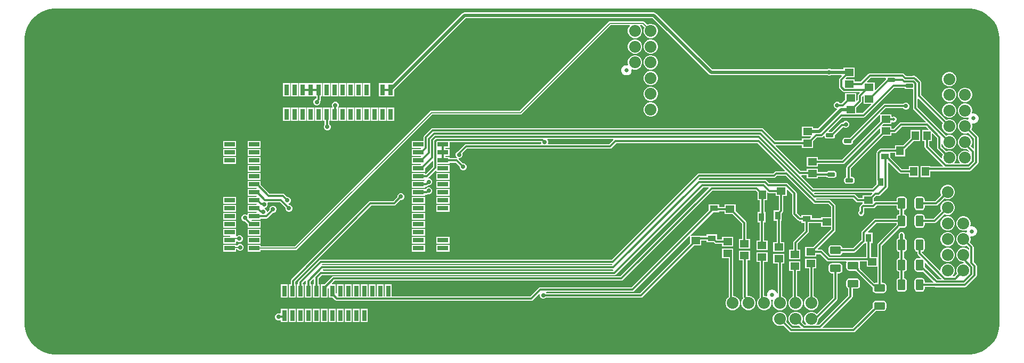
<source format=gtl>
G04*
G04 #@! TF.GenerationSoftware,Altium Limited,Altium Designer,24.3.1 (35)*
G04*
G04 Layer_Physical_Order=1*
G04 Layer_Color=255*
%FSLAX44Y44*%
%MOMM*%
G71*
G04*
G04 #@! TF.SameCoordinates,C3A98564-D86C-46C7-A890-955D0AD343B8*
G04*
G04*
G04 #@! TF.FilePolarity,Positive*
G04*
G01*
G75*
%ADD12C,0.5000*%
%ADD13C,0.2000*%
%ADD14R,0.7400X1.7000*%
%ADD15R,1.7000X0.7400*%
G04:AMPARAMS|DCode=16|XSize=0.65mm|YSize=1.25mm|CornerRadius=0.1625mm|HoleSize=0mm|Usage=FLASHONLY|Rotation=90.000|XOffset=0mm|YOffset=0mm|HoleType=Round|Shape=RoundedRectangle|*
%AMROUNDEDRECTD16*
21,1,0.6500,0.9250,0,0,90.0*
21,1,0.3250,1.2500,0,0,90.0*
1,1,0.3250,0.4625,0.1625*
1,1,0.3250,0.4625,-0.1625*
1,1,0.3250,-0.4625,-0.1625*
1,1,0.3250,-0.4625,0.1625*
%
%ADD16ROUNDEDRECTD16*%
%ADD17R,0.9000X1.3000*%
%ADD18R,1.3000X0.9000*%
%ADD19R,1.1500X1.3500*%
%ADD20R,1.3500X1.1500*%
G04:AMPARAMS|DCode=21|XSize=1.75mm|YSize=1.25mm|CornerRadius=0.3125mm|HoleSize=0mm|Usage=FLASHONLY|Rotation=180.000|XOffset=0mm|YOffset=0mm|HoleType=Round|Shape=RoundedRectangle|*
%AMROUNDEDRECTD21*
21,1,1.7500,0.6250,0,0,180.0*
21,1,1.1250,1.2500,0,0,180.0*
1,1,0.6250,-0.5625,0.3125*
1,1,0.6250,0.5625,0.3125*
1,1,0.6250,0.5625,-0.3125*
1,1,0.6250,-0.5625,-0.3125*
%
%ADD21ROUNDEDRECTD21*%
G04:AMPARAMS|DCode=22|XSize=1.75mm|YSize=1.25mm|CornerRadius=0.3125mm|HoleSize=0mm|Usage=FLASHONLY|Rotation=90.000|XOffset=0mm|YOffset=0mm|HoleType=Round|Shape=RoundedRectangle|*
%AMROUNDEDRECTD22*
21,1,1.7500,0.6250,0,0,90.0*
21,1,1.1250,1.2500,0,0,90.0*
1,1,0.6250,0.3125,0.5625*
1,1,0.6250,0.3125,-0.5625*
1,1,0.6250,-0.3125,-0.5625*
1,1,0.6250,-0.3125,0.5625*
%
%ADD22ROUNDEDRECTD22*%
%ADD38C,0.3000*%
%ADD39C,0.3000*%
%ADD40C,7.0000*%
%ADD41C,1.8750*%
%ADD42C,8.0000*%
%ADD43C,0.6750*%
%ADD44C,0.7000*%
%ADD45C,0.5000*%
G36*
X1500000Y550000D02*
X1503277D01*
X1509775Y549144D01*
X1516106Y547448D01*
X1522162Y544940D01*
X1527838Y541663D01*
X1533038Y537673D01*
X1537673Y533038D01*
X1541663Y527838D01*
X1544940Y522162D01*
X1547448Y516106D01*
X1549144Y509775D01*
X1550000Y503277D01*
Y500000D01*
X1550000Y500000D01*
X1550000Y500000D01*
X1550000Y50000D01*
Y46723D01*
X1549144Y40224D01*
X1547448Y33893D01*
X1544940Y27838D01*
X1541663Y22162D01*
X1537673Y16962D01*
X1533038Y12327D01*
X1527838Y8337D01*
X1522162Y5060D01*
X1516106Y2552D01*
X1509775Y856D01*
X1503277Y0D01*
X1500000Y0D01*
X50000Y0D01*
X46723D01*
X40224Y856D01*
X33893Y2552D01*
X27838Y5060D01*
X22162Y8337D01*
X16962Y12327D01*
X12327Y16962D01*
X8337Y22162D01*
X5060Y27838D01*
X2552Y33893D01*
X856Y40224D01*
X0Y46723D01*
X0Y50000D01*
X0Y500000D01*
Y503277D01*
X856Y509775D01*
X2552Y516106D01*
X5060Y522162D01*
X8337Y527838D01*
X12327Y533038D01*
X16962Y537673D01*
X22162Y541663D01*
X27838Y544940D01*
X33893Y547448D01*
X40224Y549144D01*
X46723Y550000D01*
X50000D01*
X50000Y550000D01*
X1500000Y550000D01*
D02*
G37*
%LPC*%
G36*
X982905Y529854D02*
X982905Y529854D01*
X930535D01*
X930535Y529854D01*
X929365Y529621D01*
X928372Y528958D01*
X928372Y528958D01*
X787010Y387595D01*
X646759D01*
X646758Y387595D01*
X645588Y387363D01*
X644596Y386699D01*
X644595Y386699D01*
X429675Y171779D01*
X375610D01*
Y174420D01*
X354610D01*
Y163020D01*
X375610D01*
Y165661D01*
X430942D01*
X430942Y165661D01*
X432112Y165894D01*
X433105Y166557D01*
X648025Y381478D01*
X788277D01*
X788277Y381478D01*
X789447Y381711D01*
X790440Y382374D01*
X931802Y523736D01*
X961713D01*
X962240Y522466D01*
X961178Y521404D01*
X959680Y518811D01*
X958905Y515918D01*
Y512923D01*
X959680Y510029D01*
X961178Y507436D01*
X963296Y505318D01*
X965889Y503820D01*
X968783Y503045D01*
X971777D01*
X974671Y503820D01*
X977264Y505318D01*
X979382Y507436D01*
X980880Y510029D01*
X981655Y512923D01*
Y515918D01*
X980880Y518811D01*
X979382Y521404D01*
X978320Y522466D01*
X978847Y523736D01*
X981638D01*
X985370Y520005D01*
X984680Y518811D01*
X983905Y515918D01*
Y512923D01*
X984680Y510029D01*
X986178Y507436D01*
X988296Y505318D01*
X990889Y503820D01*
X993783Y503045D01*
X996777D01*
X999671Y503820D01*
X1002264Y505318D01*
X1004382Y507436D01*
X1005880Y510029D01*
X1006655Y512923D01*
Y515918D01*
X1005880Y518811D01*
X1004382Y521404D01*
X1002264Y523522D01*
X999671Y525020D01*
X996777Y525795D01*
X993783D01*
X990889Y525020D01*
X989695Y524330D01*
X985068Y528958D01*
X984075Y529621D01*
X982905Y529854D01*
D02*
G37*
G36*
X996777Y500795D02*
X993783D01*
X990889Y500020D01*
X988296Y498522D01*
X986178Y496404D01*
X984680Y493811D01*
X983905Y490918D01*
Y487923D01*
X984680Y485029D01*
X986178Y482436D01*
X988296Y480318D01*
X990889Y478820D01*
X993783Y478045D01*
X996777D01*
X999671Y478820D01*
X1002264Y480318D01*
X1004382Y482436D01*
X1005880Y485029D01*
X1006655Y487923D01*
Y490918D01*
X1005880Y493811D01*
X1004382Y496404D01*
X1002264Y498522D01*
X999671Y500020D01*
X996777Y500795D01*
D02*
G37*
G36*
X971777D02*
X968783D01*
X965889Y500020D01*
X963296Y498522D01*
X961178Y496404D01*
X959680Y493811D01*
X958905Y490918D01*
Y487923D01*
X959680Y485029D01*
X961178Y482436D01*
X963296Y480318D01*
X965889Y478820D01*
X968783Y478045D01*
X971777D01*
X974671Y478820D01*
X977264Y480318D01*
X979382Y482436D01*
X980880Y485029D01*
X981655Y487923D01*
Y490918D01*
X980880Y493811D01*
X979382Y496404D01*
X977264Y498522D01*
X974671Y500020D01*
X971777Y500795D01*
D02*
G37*
G36*
Y475795D02*
X968783D01*
X965889Y475020D01*
X963296Y473522D01*
X961178Y471404D01*
X959680Y468811D01*
X958905Y465918D01*
Y462923D01*
X959467Y460824D01*
X958430Y459787D01*
X957933Y459920D01*
X955827D01*
X953792Y459375D01*
X951968Y458322D01*
X950478Y456832D01*
X949425Y455008D01*
X948880Y452973D01*
Y450867D01*
X949425Y448832D01*
X950478Y447008D01*
X951968Y445518D01*
X953792Y444465D01*
X955827Y443920D01*
X957933D01*
X959968Y444465D01*
X961792Y445518D01*
X963282Y447008D01*
X964335Y448832D01*
X964880Y450867D01*
Y452973D01*
X964856Y453062D01*
X965372Y453458D01*
X965974Y453798D01*
X968783Y453045D01*
X971777D01*
X974671Y453820D01*
X977264Y455318D01*
X979382Y457436D01*
X980880Y460029D01*
X981655Y462923D01*
Y465918D01*
X980880Y468811D01*
X979382Y471404D01*
X977264Y473522D01*
X974671Y475020D01*
X971777Y475795D01*
D02*
G37*
G36*
X996777D02*
X993783D01*
X990889Y475020D01*
X988296Y473522D01*
X986178Y471404D01*
X984680Y468811D01*
X983905Y465918D01*
Y462923D01*
X984680Y460029D01*
X986178Y457436D01*
X988296Y455318D01*
X990889Y453820D01*
X993783Y453045D01*
X996777D01*
X999671Y453820D01*
X1002264Y455318D01*
X1004382Y457436D01*
X1005880Y460029D01*
X1006655Y462923D01*
Y465918D01*
X1005880Y468811D01*
X1004382Y471404D01*
X1002264Y473522D01*
X999671Y475020D01*
X996777Y475795D01*
D02*
G37*
G36*
Y450795D02*
X993783D01*
X990889Y450020D01*
X988296Y448522D01*
X986178Y446404D01*
X984680Y443811D01*
X983905Y440918D01*
Y437923D01*
X984680Y435029D01*
X986178Y432436D01*
X988296Y430318D01*
X990889Y428820D01*
X993783Y428045D01*
X996777D01*
X999671Y428820D01*
X1002264Y430318D01*
X1004382Y432436D01*
X1005880Y435029D01*
X1006655Y437923D01*
Y440918D01*
X1005880Y443811D01*
X1004382Y446404D01*
X1002264Y448522D01*
X999671Y450020D01*
X996777Y450795D01*
D02*
G37*
G36*
X1471288Y449195D02*
X1468293D01*
X1465399Y448420D01*
X1462806Y446922D01*
X1460688Y444804D01*
X1459190Y442211D01*
X1458415Y439318D01*
Y436323D01*
X1459190Y433429D01*
X1460688Y430836D01*
X1462806Y428718D01*
X1465399Y427220D01*
X1468293Y426445D01*
X1471288D01*
X1474181Y427220D01*
X1476774Y428718D01*
X1478892Y430836D01*
X1480390Y433429D01*
X1481165Y436323D01*
Y439318D01*
X1480390Y442211D01*
X1478892Y444804D01*
X1476774Y446922D01*
X1474181Y448420D01*
X1471288Y449195D01*
D02*
G37*
G36*
X473250Y431270D02*
X461850D01*
Y424339D01*
X460550D01*
Y431270D01*
X449150D01*
Y424339D01*
X447850D01*
Y431270D01*
X436450D01*
Y410270D01*
X447850D01*
Y417201D01*
X449150D01*
Y410270D01*
X460550D01*
Y417201D01*
X461850D01*
Y410270D01*
X463981D01*
Y406820D01*
X463726D01*
X461704Y405983D01*
X460157Y404436D01*
X459320Y402414D01*
Y400226D01*
X460157Y398204D01*
X461704Y396657D01*
X463726Y395820D01*
X465914D01*
X467935Y396657D01*
X469483Y398204D01*
X470320Y400226D01*
Y402414D01*
X470176Y402762D01*
X470847Y403767D01*
X471119Y405132D01*
Y410270D01*
X473250D01*
Y431270D01*
D02*
G37*
G36*
X549450D02*
X538050D01*
Y410270D01*
X549450D01*
Y431270D01*
D02*
G37*
G36*
X536750D02*
X525350D01*
Y410270D01*
X536750D01*
Y431270D01*
D02*
G37*
G36*
X524050D02*
X512650D01*
Y410270D01*
X524050D01*
Y431270D01*
D02*
G37*
G36*
X511350D02*
X499950D01*
Y410270D01*
X511350D01*
Y431270D01*
D02*
G37*
G36*
X498650D02*
X487250D01*
Y410270D01*
X498650D01*
Y431270D01*
D02*
G37*
G36*
X485950D02*
X474550D01*
Y410270D01*
X485950D01*
Y431270D01*
D02*
G37*
G36*
X435150D02*
X423750D01*
Y410270D01*
X435150D01*
Y431270D01*
D02*
G37*
G36*
X422450D02*
X411050D01*
Y410270D01*
X422450D01*
Y431270D01*
D02*
G37*
G36*
X996777Y425795D02*
X993783D01*
X990889Y425020D01*
X988296Y423522D01*
X986178Y421404D01*
X984680Y418811D01*
X983905Y415918D01*
Y412923D01*
X984680Y410029D01*
X986178Y407436D01*
X988296Y405318D01*
X990889Y403820D01*
X993783Y403045D01*
X996777D01*
X999671Y403820D01*
X1002264Y405318D01*
X1004382Y407436D01*
X1005880Y410029D01*
X1006655Y412923D01*
Y415918D01*
X1005880Y418811D01*
X1004382Y421404D01*
X1002264Y423522D01*
X999671Y425020D01*
X996777Y425795D01*
D02*
G37*
G36*
X1496288Y424195D02*
X1493293D01*
X1490399Y423420D01*
X1487806Y421922D01*
X1485688Y419804D01*
X1484190Y417211D01*
X1483415Y414318D01*
Y411323D01*
X1484190Y408429D01*
X1485688Y405836D01*
X1487806Y403718D01*
X1490399Y402220D01*
X1493293Y401445D01*
X1496288D01*
X1499181Y402220D01*
X1501774Y403718D01*
X1503892Y405836D01*
X1505390Y408429D01*
X1506165Y411323D01*
Y414318D01*
X1505390Y417211D01*
X1503892Y419804D01*
X1501774Y421922D01*
X1499181Y423420D01*
X1496288Y424195D01*
D02*
G37*
G36*
X1471288D02*
X1468293D01*
X1465399Y423420D01*
X1462806Y421922D01*
X1460688Y419804D01*
X1459190Y417211D01*
X1458415Y414318D01*
Y411323D01*
X1459190Y408429D01*
X1460688Y405836D01*
X1462806Y403718D01*
X1465399Y402220D01*
X1468293Y401445D01*
X1471288D01*
X1474181Y402220D01*
X1476774Y403718D01*
X1478892Y405836D01*
X1480390Y408429D01*
X1481165Y411323D01*
Y414318D01*
X1480390Y417211D01*
X1478892Y419804D01*
X1476774Y421922D01*
X1474181Y423420D01*
X1471288Y424195D01*
D02*
G37*
G36*
X996777Y400795D02*
X993783D01*
X990889Y400020D01*
X988296Y398522D01*
X986178Y396404D01*
X984680Y393811D01*
X983905Y390918D01*
Y387923D01*
X984680Y385029D01*
X986178Y382436D01*
X988296Y380318D01*
X990889Y378820D01*
X993783Y378045D01*
X996777D01*
X999671Y378820D01*
X1002264Y380318D01*
X1004382Y382436D01*
X1005880Y385029D01*
X1006655Y387923D01*
Y390918D01*
X1005880Y393811D01*
X1004382Y396404D01*
X1002264Y398522D01*
X999671Y400020D01*
X996777Y400795D01*
D02*
G37*
G36*
X1471288Y399195D02*
X1468293D01*
X1465399Y398420D01*
X1462806Y396922D01*
X1460688Y394804D01*
X1459190Y392211D01*
X1458415Y389318D01*
Y386323D01*
X1459190Y383429D01*
X1460688Y380836D01*
X1462806Y378718D01*
X1465399Y377220D01*
X1468293Y376445D01*
X1471288D01*
X1474181Y377220D01*
X1476774Y378718D01*
X1478892Y380836D01*
X1480390Y383429D01*
X1481165Y386323D01*
Y389318D01*
X1480390Y392211D01*
X1478892Y394804D01*
X1476774Y396922D01*
X1474181Y398420D01*
X1471288Y399195D01*
D02*
G37*
G36*
X587550Y392270D02*
X576150D01*
Y371270D01*
X587550D01*
Y392270D01*
D02*
G37*
G36*
X574850D02*
X563450D01*
Y371270D01*
X574850D01*
Y392270D01*
D02*
G37*
G36*
X562150D02*
X550750D01*
Y371270D01*
X562150D01*
Y392270D01*
D02*
G37*
G36*
X549450D02*
X538050D01*
Y371270D01*
X549450D01*
Y392270D01*
D02*
G37*
G36*
X536750D02*
X525350D01*
Y371270D01*
X536750D01*
Y392270D01*
D02*
G37*
G36*
X524050D02*
X512650D01*
Y371270D01*
X524050D01*
Y392270D01*
D02*
G37*
G36*
X511350D02*
X499950D01*
Y371270D01*
X511350D01*
Y392270D01*
D02*
G37*
G36*
X495124Y401740D02*
X492936D01*
X490914Y400903D01*
X489367Y399356D01*
X488530Y397334D01*
Y395146D01*
X489195Y393540D01*
X488659Y392464D01*
X488451Y392270D01*
X487250D01*
Y371270D01*
X498650D01*
Y392270D01*
X498650Y392270D01*
X498833Y393464D01*
X499530Y395146D01*
Y397334D01*
X498693Y399356D01*
X497146Y400903D01*
X495124Y401740D01*
D02*
G37*
G36*
X473250Y392270D02*
X461850D01*
Y371270D01*
X473250D01*
Y392270D01*
D02*
G37*
G36*
X460550D02*
X449150D01*
Y371270D01*
X460550D01*
Y392270D01*
D02*
G37*
G36*
X447850D02*
X436450D01*
Y371270D01*
X447850D01*
Y392270D01*
D02*
G37*
G36*
X435150D02*
X423750D01*
Y371270D01*
X435150D01*
Y392270D01*
D02*
G37*
G36*
X422450D02*
X411050D01*
Y371270D01*
X422450D01*
Y392270D01*
D02*
G37*
G36*
X485950D02*
X474550D01*
Y371270D01*
X477221D01*
Y365620D01*
X476667Y365065D01*
X475830Y363044D01*
Y360856D01*
X476667Y358834D01*
X478214Y357287D01*
X480236Y356450D01*
X482424D01*
X484445Y357287D01*
X485993Y358834D01*
X486830Y360856D01*
Y363044D01*
X485993Y365065D01*
X484445Y366613D01*
X484359Y366649D01*
Y371270D01*
X485950D01*
Y392270D01*
D02*
G37*
G36*
X1000400Y544088D02*
X699390D01*
X697634Y543739D01*
X696146Y542744D01*
X584671Y431270D01*
X576150D01*
Y424339D01*
X574850D01*
Y431270D01*
X563450D01*
Y410270D01*
X574850D01*
Y417201D01*
X576150D01*
Y410270D01*
X587550D01*
Y421171D01*
X701290Y534912D01*
X998499D01*
X1087985Y445426D01*
X1089474Y444431D01*
X1091230Y444082D01*
X1275700D01*
X1275775Y444007D01*
X1277796Y443170D01*
X1279984D01*
X1282005Y444007D01*
X1282080Y444082D01*
X1298346D01*
X1298832Y442909D01*
X1295417Y439493D01*
X1294643Y438336D01*
X1294371Y436970D01*
Y425420D01*
X1294643Y424055D01*
X1295417Y422897D01*
X1299917Y418397D01*
X1301075Y417623D01*
X1302440Y417351D01*
X1327135D01*
X1327621Y416178D01*
X1325262Y413818D01*
X1324488Y412661D01*
X1324216Y411295D01*
Y404613D01*
X1323103Y403500D01*
X1321930Y403986D01*
Y415780D01*
X1304430D01*
Y405327D01*
X1298912Y399809D01*
X1295800D01*
X1294706Y400903D01*
X1292684Y401740D01*
X1290496D01*
X1288474Y400903D01*
X1286927Y399356D01*
X1286090Y397334D01*
Y395146D01*
X1286927Y393125D01*
X1288474Y391577D01*
X1290496Y390740D01*
X1290997D01*
X1291483Y389567D01*
X1261195Y359278D01*
X1253350D01*
Y362440D01*
X1235850D01*
Y346940D01*
X1249644D01*
X1250130Y345767D01*
X1248303Y343940D01*
X1235850D01*
Y339759D01*
X1193442D01*
X1174658Y358543D01*
X1173500Y359317D01*
X1172134Y359589D01*
X648947D01*
X647581Y359317D01*
X646424Y358543D01*
X635587Y347706D01*
X634813Y346549D01*
X634542Y345183D01*
Y339520D01*
X615610D01*
Y328120D01*
X629709D01*
X630388Y326850D01*
X630368Y326820D01*
X615610D01*
Y315420D01*
X629709D01*
X630388Y314150D01*
X630368Y314120D01*
X615610D01*
Y302720D01*
X629709D01*
X630388Y301450D01*
X630368Y301420D01*
X615610D01*
Y290020D01*
X636610D01*
Y296373D01*
X648368Y308131D01*
X649541Y307645D01*
Y298498D01*
X637880Y286837D01*
X636610Y287188D01*
Y288720D01*
X615610D01*
Y277320D01*
X635401D01*
X636305Y277320D01*
X636317Y277290D01*
X635444Y276020D01*
X615610D01*
Y264620D01*
X636610D01*
Y266751D01*
X638620D01*
X639986Y267023D01*
X641143Y267797D01*
X642167Y268820D01*
X643714D01*
X645735Y269657D01*
X647283Y271204D01*
X648120Y273226D01*
Y275414D01*
X647283Y277435D01*
X645735Y278983D01*
X643714Y279820D01*
X642753D01*
X642227Y281090D01*
X653437Y292300D01*
X654610Y291814D01*
Y290020D01*
X675610D01*
Y301420D01*
X656679D01*
Y302720D01*
X675610D01*
Y304851D01*
X685782D01*
X691730Y298903D01*
Y297356D01*
X692567Y295334D01*
X694115Y293787D01*
X696136Y292950D01*
X698324D01*
X700346Y293787D01*
X701893Y295334D01*
X702730Y297356D01*
Y299544D01*
X701893Y301565D01*
X700346Y303113D01*
X698324Y303950D01*
X696777D01*
X689997Y310730D01*
X690194Y311559D01*
X690488Y312000D01*
X691974D01*
X693996Y312837D01*
X695543Y314384D01*
X696380Y316406D01*
Y318594D01*
X695824Y319937D01*
X703138Y327251D01*
X930611D01*
X931976Y327523D01*
X933134Y328297D01*
X940572Y335735D01*
X1165266D01*
X1208519Y292482D01*
X1208033Y291309D01*
X1194490D01*
X1193125Y291037D01*
X1191967Y290263D01*
X1189752Y288049D01*
X1071880D01*
X1070514Y287777D01*
X1069357Y287003D01*
X933242Y150889D01*
X471170D01*
X469804Y150617D01*
X468647Y149843D01*
X435937Y117133D01*
X435163Y115976D01*
X434891Y114610D01*
Y111270D01*
X432760D01*
Y90270D01*
X444160D01*
Y111270D01*
X442029D01*
Y113132D01*
X446432Y117535D01*
X447602Y116910D01*
X447591Y116855D01*
Y111270D01*
X445460D01*
Y90270D01*
X456860D01*
Y111270D01*
X454729D01*
Y115377D01*
X459118Y119766D01*
X460291Y119280D01*
Y111270D01*
X458160D01*
Y90270D01*
X469560D01*
Y111270D01*
X467429D01*
Y121006D01*
X472394Y125971D01*
X937260D01*
X938626Y126243D01*
X939783Y127017D01*
X1078448Y265681D01*
X1087015D01*
X1087501Y264508D01*
X947212Y124219D01*
X491640D01*
X490274Y123947D01*
X489117Y123173D01*
X477213Y111270D01*
X470860D01*
Y90270D01*
X482260D01*
Y105028D01*
X482290Y105048D01*
X483560Y104369D01*
Y90270D01*
X489913D01*
X493937Y86247D01*
X495094Y85473D01*
X496460Y85201D01*
X805379D01*
X806744Y85473D01*
X807902Y86247D01*
X818150Y96495D01*
X819227Y95775D01*
X818936Y95074D01*
Y92886D01*
X819774Y90864D01*
X821321Y89317D01*
X823342Y88480D01*
X825530D01*
X827552Y89317D01*
X828646Y90411D01*
X980080D01*
X981446Y90683D01*
X982603Y91457D01*
X1064097Y172950D01*
X1075550D01*
Y181191D01*
X1083700D01*
Y178260D01*
X1095653D01*
X1097007Y176907D01*
X1098164Y176133D01*
X1099530Y175861D01*
X1108850D01*
Y171680D01*
X1126350D01*
Y187180D01*
X1108850D01*
Y182999D01*
X1101008D01*
X1100700Y183307D01*
Y191260D01*
X1083700D01*
Y188329D01*
X1075550D01*
Y188450D01*
X1058991Y188450D01*
X1058917D01*
D01*
X1058843Y188450D01*
X1058768Y188630D01*
X1058317Y189720D01*
X1094557Y225960D01*
X1104510D01*
Y227211D01*
X1112660D01*
Y223030D01*
X1125113D01*
X1140701Y207442D01*
Y183370D01*
X1135520D01*
Y167870D01*
X1153020D01*
Y183370D01*
X1147839D01*
Y208920D01*
X1147567Y210286D01*
X1146793Y211443D01*
X1130160Y228077D01*
Y238530D01*
X1112660D01*
Y234349D01*
X1104510D01*
Y238960D01*
X1087510D01*
Y229007D01*
X964942Y106439D01*
X819479D01*
X818113Y106167D01*
X816955Y105393D01*
X803901Y92339D01*
X583860D01*
Y111270D01*
X572460D01*
Y92339D01*
X571160D01*
Y111270D01*
X559760D01*
Y92339D01*
X558460D01*
Y111270D01*
X547060D01*
Y92339D01*
X545760D01*
Y111270D01*
X534360D01*
Y92339D01*
X533060D01*
Y111270D01*
X521660D01*
Y92339D01*
X520360D01*
Y111270D01*
X508960D01*
Y92339D01*
X507660D01*
Y111270D01*
X496260D01*
Y97171D01*
X494990Y96492D01*
X494960Y96512D01*
Y111270D01*
X488966D01*
X488480Y112443D01*
X493118Y117081D01*
X948690D01*
X950056Y117353D01*
X951213Y118127D01*
X1093768Y260681D01*
X1161842D01*
X1164820Y257703D01*
Y245250D01*
X1169001D01*
Y226940D01*
X1165050D01*
Y209940D01*
X1168641D01*
Y180830D01*
X1163460D01*
Y165330D01*
X1180960D01*
Y180830D01*
X1175779D01*
Y209940D01*
X1178050D01*
Y226940D01*
X1176139D01*
Y245250D01*
X1180320D01*
Y256994D01*
X1181026Y257286D01*
X1181590Y257411D01*
X1182664Y256693D01*
X1184030Y256421D01*
X1193940D01*
Y252240D01*
X1199121D01*
Y230148D01*
X1198453Y229480D01*
X1190500D01*
Y212480D01*
X1195311D01*
Y178290D01*
X1190130D01*
Y162790D01*
X1207630D01*
Y178290D01*
X1202449D01*
Y212480D01*
X1203500D01*
Y224433D01*
X1205213Y226147D01*
X1205987Y227304D01*
X1206259Y228670D01*
Y252240D01*
X1211440D01*
Y261984D01*
X1212613Y262470D01*
X1220431Y254652D01*
Y223620D01*
X1220703Y222254D01*
X1221477Y221097D01*
X1229807Y212767D01*
X1230964Y211993D01*
X1232330Y211721D01*
X1234830D01*
Y208790D01*
X1239761D01*
Y197058D01*
X1223027Y180323D01*
X1222253Y179166D01*
X1221981Y177800D01*
Y166500D01*
X1215530D01*
Y151000D01*
X1233030D01*
Y166500D01*
X1229119D01*
Y176322D01*
X1245853Y193057D01*
X1246627Y194214D01*
X1246899Y195580D01*
Y208790D01*
X1251830D01*
Y209101D01*
X1266330D01*
Y202710D01*
X1281761D01*
Y199048D01*
X1253383Y170670D01*
X1240930D01*
Y155170D01*
X1258430D01*
Y159351D01*
X1264352D01*
X1275097Y148607D01*
X1276254Y147833D01*
X1277620Y147561D01*
X1305983D01*
X1306514Y146569D01*
X1306521Y146291D01*
X1306140Y144375D01*
Y138125D01*
X1306537Y136125D01*
X1307670Y134430D01*
X1309365Y133297D01*
X1311365Y132900D01*
X1321106D01*
X1321534Y132260D01*
X1346880Y106913D01*
X1348038Y106140D01*
X1348050Y106138D01*
Y102565D01*
X1348447Y100565D01*
X1349580Y98870D01*
X1351275Y97737D01*
X1353275Y97340D01*
X1364525D01*
X1366525Y97737D01*
X1368220Y98870D01*
X1369353Y100565D01*
X1369750Y102565D01*
Y108815D01*
X1369353Y110815D01*
X1368220Y112510D01*
X1366525Y113643D01*
X1364525Y114040D01*
X1362469D01*
Y172832D01*
X1390906Y201269D01*
X1391055Y201240D01*
X1397305D01*
X1399305Y201637D01*
X1401000Y202770D01*
X1402133Y204465D01*
X1402530Y206465D01*
Y217715D01*
X1402133Y219715D01*
X1401000Y221410D01*
X1399305Y222543D01*
X1397749Y222852D01*
Y229268D01*
X1399305Y229577D01*
X1401000Y230710D01*
X1402133Y232405D01*
X1402530Y234405D01*
Y245655D01*
X1402133Y247655D01*
X1401000Y249350D01*
X1399305Y250483D01*
X1397305Y250880D01*
X1391055D01*
X1389055Y250483D01*
X1387360Y249350D01*
X1386227Y247655D01*
X1385830Y245655D01*
Y243599D01*
X1353130D01*
X1351764Y243327D01*
X1351140Y242910D01*
X1349870Y243563D01*
Y248173D01*
X1353398Y251701D01*
X1357680D01*
X1359045Y251973D01*
X1360203Y252747D01*
X1371303Y263847D01*
X1372077Y265005D01*
X1372349Y266370D01*
Y305085D01*
X1373522Y305571D01*
X1390787Y288307D01*
X1391944Y287533D01*
X1393310Y287261D01*
X1405400D01*
Y282080D01*
X1420900D01*
Y299580D01*
X1405400D01*
Y294399D01*
X1394788D01*
X1376290Y312897D01*
Y320281D01*
X1383810D01*
Y315100D01*
X1399310D01*
Y325893D01*
X1400333Y326577D01*
X1412987Y339230D01*
X1423440D01*
Y356730D01*
X1407940D01*
Y344277D01*
X1396332Y332669D01*
X1395810D01*
X1395465Y332600D01*
X1383810D01*
Y327419D01*
X1361340D01*
X1359975Y327147D01*
X1358817Y326373D01*
X1355267Y322823D01*
X1354493Y321665D01*
X1354221Y320300D01*
Y277310D01*
X1354280Y277015D01*
Y270867D01*
X1347592Y264179D01*
X1253987D01*
X1234618Y283548D01*
X1235104Y284721D01*
X1243470D01*
Y280180D01*
X1260970D01*
Y282791D01*
X1274734D01*
X1275182Y282122D01*
X1276381Y281320D01*
X1277795Y281039D01*
X1287045D01*
X1288459Y281320D01*
X1289659Y282122D01*
X1290460Y283321D01*
X1290741Y284735D01*
Y287985D01*
X1290460Y289399D01*
X1289659Y290599D01*
X1288459Y291400D01*
X1287045Y291681D01*
X1277795D01*
X1276381Y291400D01*
X1275182Y290599D01*
X1274734Y289929D01*
X1260970D01*
Y295680D01*
X1243470D01*
Y291859D01*
X1233378D01*
X1193789Y331448D01*
X1194275Y332621D01*
X1235850D01*
Y328440D01*
X1253350D01*
Y338893D01*
X1259578Y345121D01*
X1266482D01*
X1267848Y345393D01*
X1269006Y346167D01*
X1270386Y347547D01*
X1271101Y347251D01*
X1271566Y346931D01*
X1271840Y345551D01*
X1272642Y344352D01*
X1273841Y343550D01*
X1275255Y343269D01*
X1284505D01*
X1285919Y343550D01*
X1287119Y344352D01*
X1287920Y345551D01*
X1288201Y346965D01*
Y348864D01*
X1300763Y361426D01*
X1302116D01*
X1302444Y361097D01*
X1304466Y360260D01*
X1306654D01*
X1308676Y361097D01*
X1310223Y362645D01*
X1311060Y364666D01*
Y366854D01*
X1310223Y368876D01*
X1308676Y370423D01*
X1306654Y371260D01*
X1304466D01*
X1302444Y370423D01*
X1300897Y368876D01*
X1300768Y368563D01*
X1299285D01*
X1297919Y368292D01*
X1296761Y367518D01*
X1283154Y353911D01*
X1278409D01*
X1277923Y355084D01*
X1299550Y376711D01*
X1333720D01*
X1335085Y376983D01*
X1336243Y377757D01*
X1382298Y423811D01*
X1398484D01*
X1398931Y423142D01*
X1400131Y422340D01*
X1401545Y422059D01*
X1410795D01*
X1411081Y422116D01*
X1412351Y421074D01*
Y391690D01*
X1412623Y390324D01*
X1413397Y389167D01*
X1432471Y370092D01*
X1431985Y368919D01*
X1393270D01*
X1391904Y368647D01*
X1390747Y367873D01*
X1381682Y358809D01*
X1377810D01*
Y362990D01*
X1364016D01*
X1363530Y364163D01*
X1365357Y365990D01*
X1377810D01*
Y369170D01*
X1378247Y369487D01*
X1379080Y369830D01*
X1380505Y369240D01*
X1382295D01*
X1383949Y369925D01*
X1385215Y371191D01*
X1385900Y372845D01*
Y374635D01*
X1385215Y376289D01*
X1383949Y377555D01*
X1382295Y378240D01*
X1380505D01*
X1379080Y377650D01*
X1378247Y377993D01*
X1377810Y378310D01*
Y381490D01*
X1361537D01*
X1360623Y381490D01*
X1359946Y382609D01*
X1368738Y391401D01*
X1396600D01*
X1397695Y390307D01*
X1399716Y389470D01*
X1401904D01*
X1403925Y390307D01*
X1405473Y391855D01*
X1406310Y393876D01*
Y396064D01*
X1405473Y398086D01*
X1403925Y399633D01*
X1401904Y400470D01*
X1399716D01*
X1397695Y399633D01*
X1396600Y398539D01*
X1367260D01*
X1365894Y398267D01*
X1364737Y397493D01*
X1311654Y344411D01*
X1303755D01*
X1302341Y344130D01*
X1301142Y343329D01*
X1300340Y342129D01*
X1300059Y340715D01*
Y337465D01*
X1300340Y336051D01*
X1301142Y334851D01*
X1302341Y334050D01*
X1303755Y333769D01*
X1313005D01*
X1314419Y334050D01*
X1315618Y334851D01*
X1316420Y336051D01*
X1316701Y337465D01*
Y339364D01*
X1359191Y381854D01*
X1360310Y381177D01*
X1360310Y380350D01*
Y371037D01*
X1299272Y309999D01*
X1260970D01*
Y314180D01*
X1243470D01*
Y298680D01*
X1260970D01*
Y302861D01*
X1300750D01*
X1302116Y303133D01*
X1303273Y303907D01*
X1359137Y359770D01*
X1360310Y359284D01*
Y352537D01*
X1307147Y299373D01*
X1306373Y298216D01*
X1306102Y296850D01*
Y282143D01*
X1304881Y281900D01*
X1303681Y281098D01*
X1302880Y279899D01*
X1302599Y278485D01*
Y275235D01*
X1302880Y273821D01*
X1303681Y272621D01*
X1304881Y271820D01*
X1306295Y271539D01*
X1315545D01*
X1316959Y271820D01*
X1318159Y272621D01*
X1318960Y273821D01*
X1319241Y275235D01*
Y278485D01*
X1318960Y279899D01*
X1318159Y281098D01*
X1316959Y281900D01*
X1315545Y282181D01*
X1313239D01*
Y295372D01*
X1365357Y347490D01*
X1377810D01*
Y351671D01*
X1383160D01*
X1384526Y351943D01*
X1385683Y352717D01*
X1394748Y361781D01*
X1432792D01*
X1436670Y357903D01*
X1436184Y356730D01*
X1426440D01*
Y339230D01*
X1430621D01*
Y330212D01*
X1430893Y328846D01*
X1431667Y327689D01*
X1459668Y299687D01*
X1459182Y298514D01*
X1439400D01*
Y299580D01*
X1423900D01*
Y282080D01*
X1439400D01*
Y291376D01*
X1502194D01*
X1503560Y291648D01*
X1504717Y292422D01*
X1515188Y302893D01*
X1515962Y304050D01*
X1516234Y305416D01*
Y344945D01*
X1515962Y346311D01*
X1515188Y347468D01*
X1504964Y357692D01*
X1505390Y358429D01*
X1506165Y361323D01*
Y364318D01*
X1505603Y366416D01*
X1506640Y367453D01*
X1507137Y367320D01*
X1509243D01*
X1511278Y367865D01*
X1513102Y368918D01*
X1514592Y370408D01*
X1515645Y372232D01*
X1516190Y374267D01*
Y376373D01*
X1515645Y378408D01*
X1514592Y380232D01*
X1513102Y381722D01*
X1511278Y382775D01*
X1509243Y383320D01*
X1507137D01*
X1506640Y383187D01*
X1505603Y384224D01*
X1506165Y386323D01*
Y389318D01*
X1505390Y392211D01*
X1503892Y394804D01*
X1501774Y396922D01*
X1499181Y398420D01*
X1496288Y399195D01*
X1493293D01*
X1490399Y398420D01*
X1487806Y396922D01*
X1485688Y394804D01*
X1484190Y392211D01*
X1483415Y389318D01*
Y386323D01*
X1484190Y383429D01*
X1485688Y380836D01*
X1487806Y378718D01*
X1490399Y377220D01*
X1493293Y376445D01*
X1496288D01*
X1499096Y377198D01*
X1499698Y376858D01*
X1500214Y376462D01*
X1500190Y376373D01*
Y374267D01*
X1500214Y374178D01*
X1499698Y373782D01*
X1499096Y373442D01*
X1496288Y374195D01*
X1493293D01*
X1490399Y373420D01*
X1487806Y371922D01*
X1485688Y369804D01*
X1484190Y367211D01*
X1483415Y364318D01*
Y361323D01*
X1484190Y358429D01*
X1485688Y355836D01*
X1487806Y353718D01*
X1490399Y352220D01*
X1493293Y351445D01*
X1496288D01*
X1499181Y352220D01*
X1499918Y352646D01*
X1509096Y343467D01*
Y327680D01*
X1507923Y327194D01*
X1504035Y331082D01*
X1505390Y333429D01*
X1506165Y336323D01*
Y339318D01*
X1505390Y342211D01*
X1503892Y344804D01*
X1501774Y346922D01*
X1499181Y348420D01*
X1496288Y349195D01*
X1493293D01*
X1490399Y348420D01*
X1487806Y346922D01*
X1485688Y344804D01*
X1484190Y342211D01*
X1483415Y339318D01*
Y336323D01*
X1484190Y333429D01*
X1485688Y330836D01*
X1487806Y328718D01*
X1490399Y327220D01*
X1493293Y326445D01*
X1496288D01*
X1498094Y326929D01*
X1501444Y323580D01*
X1500664Y322564D01*
X1499181Y323420D01*
X1496288Y324195D01*
X1493293D01*
X1490399Y323420D01*
X1487806Y321922D01*
X1485688Y319804D01*
X1484190Y317211D01*
X1483415Y314317D01*
Y311322D01*
X1484190Y308429D01*
X1485688Y305836D01*
X1486740Y304784D01*
X1486214Y303514D01*
X1478366D01*
X1477840Y304784D01*
X1478892Y305836D01*
X1480390Y308429D01*
X1481165Y311322D01*
Y314317D01*
X1480390Y317211D01*
X1478892Y319804D01*
X1476774Y321922D01*
X1474181Y323420D01*
X1471288Y324195D01*
X1468293D01*
X1465399Y323420D01*
X1464662Y322994D01*
X1457652Y330005D01*
Y334265D01*
X1458922Y334432D01*
X1459190Y333429D01*
X1460688Y330836D01*
X1462806Y328718D01*
X1465399Y327220D01*
X1468293Y326445D01*
X1471288D01*
X1474181Y327220D01*
X1476774Y328718D01*
X1478892Y330836D01*
X1480390Y333429D01*
X1481165Y336323D01*
Y339318D01*
X1480390Y342211D01*
X1478892Y344804D01*
X1476774Y346922D01*
X1474181Y348420D01*
X1471288Y349195D01*
X1468293D01*
X1465399Y348420D01*
X1464662Y347994D01*
X1419489Y393168D01*
Y406415D01*
X1420662Y406901D01*
X1459616Y367948D01*
X1459190Y367211D01*
X1458415Y364318D01*
Y361323D01*
X1459190Y358429D01*
X1460688Y355836D01*
X1462806Y353718D01*
X1465399Y352220D01*
X1468293Y351445D01*
X1471288D01*
X1474181Y352220D01*
X1476774Y353718D01*
X1478892Y355836D01*
X1480390Y358429D01*
X1481165Y361323D01*
Y364318D01*
X1480390Y367211D01*
X1478892Y369804D01*
X1476774Y371922D01*
X1474181Y373420D01*
X1471288Y374195D01*
X1468293D01*
X1465399Y373420D01*
X1464662Y372994D01*
X1424962Y412694D01*
Y432725D01*
X1424691Y434091D01*
X1423917Y435248D01*
X1417012Y442153D01*
X1415854Y442927D01*
X1414489Y443199D01*
X1400900D01*
X1397946Y446153D01*
X1396788Y446927D01*
X1395422Y447199D01*
X1343670D01*
X1342305Y446927D01*
X1341147Y446153D01*
X1328732Y433739D01*
X1319390D01*
Y437920D01*
X1305596D01*
X1305110Y439093D01*
X1306937Y440920D01*
X1319390D01*
Y456420D01*
X1301890D01*
Y453258D01*
X1282080D01*
X1282005Y453333D01*
X1279984Y454170D01*
X1277796D01*
X1275775Y453333D01*
X1275700Y453258D01*
X1093130D01*
X1003644Y542744D01*
X1002156Y543739D01*
X1000400Y544088D01*
D02*
G37*
G36*
X375610Y339520D02*
X354610D01*
Y328120D01*
X375610D01*
Y339520D01*
D02*
G37*
G36*
X336610D02*
X315610D01*
Y328120D01*
X336610D01*
Y339520D01*
D02*
G37*
G36*
X375610Y326820D02*
X354610D01*
Y315420D01*
X375610D01*
Y326820D01*
D02*
G37*
G36*
X336610D02*
X315610D01*
Y315420D01*
X336610D01*
Y326820D01*
D02*
G37*
G36*
X375610Y314120D02*
X354610D01*
Y302720D01*
X375610D01*
Y314120D01*
D02*
G37*
G36*
X336610D02*
X315610D01*
Y302720D01*
X336610D01*
Y314120D01*
D02*
G37*
G36*
X375610Y301420D02*
X354610D01*
Y290020D01*
X375610D01*
Y301420D01*
D02*
G37*
G36*
X675610Y288720D02*
X654610D01*
Y277320D01*
X675610D01*
Y288720D01*
D02*
G37*
G36*
X375610D02*
X354610D01*
Y277320D01*
X375610D01*
Y288720D01*
D02*
G37*
G36*
X675610Y276020D02*
X654610D01*
Y264620D01*
X675610D01*
Y276020D01*
D02*
G37*
G36*
X643714Y265850D02*
X641526D01*
X639505Y265013D01*
X637957Y263465D01*
X637880Y263279D01*
X636610Y263320D01*
Y263320D01*
X615610D01*
Y251920D01*
X636610D01*
Y254051D01*
X639015D01*
X640380Y254323D01*
X641306Y254941D01*
X641526Y254850D01*
X643714D01*
X645735Y255687D01*
X647283Y257234D01*
X648120Y259256D01*
Y261444D01*
X647283Y263465D01*
X645735Y265013D01*
X643714Y265850D01*
D02*
G37*
G36*
X675610Y263320D02*
X654610D01*
Y251920D01*
X675610D01*
Y263320D01*
D02*
G37*
G36*
X1468748Y269655D02*
X1465753D01*
X1462859Y268880D01*
X1460266Y267382D01*
X1458148Y265264D01*
X1456650Y262671D01*
X1455875Y259778D01*
Y256782D01*
X1456650Y253889D01*
X1457076Y253152D01*
X1447522Y243599D01*
X1431030D01*
Y245655D01*
X1430633Y247655D01*
X1429500Y249350D01*
X1427805Y250483D01*
X1425805Y250880D01*
X1419555D01*
X1417555Y250483D01*
X1415860Y249350D01*
X1414727Y247655D01*
X1414330Y245655D01*
Y234405D01*
X1414727Y232405D01*
X1415860Y230710D01*
X1417555Y229577D01*
X1419555Y229180D01*
X1425805D01*
X1427805Y229577D01*
X1429500Y230710D01*
X1430633Y232405D01*
X1431030Y234405D01*
Y236461D01*
X1449000D01*
X1450366Y236733D01*
X1451523Y237507D01*
X1462122Y248106D01*
X1462859Y247680D01*
X1465753Y246905D01*
X1468748D01*
X1471641Y247680D01*
X1474234Y249178D01*
X1476352Y251296D01*
X1477850Y253889D01*
X1478625Y256782D01*
Y259778D01*
X1477850Y262671D01*
X1476352Y265264D01*
X1474234Y267382D01*
X1471641Y268880D01*
X1468748Y269655D01*
D02*
G37*
G36*
X675610Y250620D02*
X654610D01*
Y239220D01*
X675610D01*
Y250620D01*
D02*
G37*
G36*
X636610D02*
X615610D01*
Y239220D01*
X636610D01*
Y250620D01*
D02*
G37*
G36*
X336610D02*
X315610D01*
Y239220D01*
X336610D01*
Y250620D01*
D02*
G37*
G36*
X375610Y276020D02*
X354610D01*
Y264620D01*
X369368D01*
X369388Y264590D01*
X368709Y263320D01*
X354610D01*
Y251920D01*
X369368D01*
X369388Y251890D01*
X368709Y250620D01*
X354610D01*
Y239220D01*
X369368D01*
X369388Y239190D01*
X368709Y237920D01*
X354610D01*
Y226520D01*
X369368D01*
X369388Y226490D01*
X368709Y225220D01*
X354610D01*
Y222518D01*
X353340Y221955D01*
X351614Y222670D01*
X349426D01*
X347405Y221833D01*
X345857Y220285D01*
X345020Y218264D01*
Y216076D01*
X345857Y214055D01*
X347405Y212507D01*
X349426Y211670D01*
X350413D01*
X354610Y207473D01*
Y201120D01*
X375610D01*
Y212520D01*
X360852D01*
X360832Y212550D01*
X361511Y213820D01*
X375610D01*
Y215951D01*
X384620D01*
X385986Y216223D01*
X387143Y216997D01*
X395563Y225416D01*
X396028D01*
X398049Y226253D01*
X399596Y227801D01*
X400434Y229822D01*
Y232010D01*
X399596Y234032D01*
X398049Y235579D01*
X396028Y236416D01*
X393839D01*
X391818Y235579D01*
X390271Y234032D01*
X389434Y232010D01*
Y229822D01*
X389563Y229510D01*
X386500Y226447D01*
X385230Y226973D01*
Y227614D01*
X384393Y229636D01*
X382845Y231183D01*
X382022Y231524D01*
X382001Y232279D01*
X382149Y232846D01*
X384008Y233616D01*
X385555Y235163D01*
X386392Y237185D01*
Y239373D01*
X386020Y240271D01*
X386869Y241541D01*
X406192D01*
X414870Y232863D01*
Y231316D01*
X415707Y229294D01*
X417254Y227747D01*
X419276Y226910D01*
X421464D01*
X423485Y227747D01*
X425033Y229294D01*
X425870Y231316D01*
Y233504D01*
X425033Y235525D01*
X423485Y237073D01*
X421464Y237910D01*
X420549D01*
X419872Y238702D01*
X420180Y240054D01*
X420815Y240317D01*
X422362Y241864D01*
X423200Y243886D01*
Y246074D01*
X422362Y248095D01*
X420815Y249642D01*
X418794Y250480D01*
X417247D01*
X413282Y254444D01*
X412124Y255218D01*
X410759Y255489D01*
X389787D01*
X375610Y269667D01*
Y276020D01*
D02*
G37*
G36*
X675610Y237920D02*
X654610D01*
Y226520D01*
X675610D01*
Y237920D01*
D02*
G37*
G36*
X636610D02*
X615610D01*
Y226520D01*
X636610D01*
Y237920D01*
D02*
G37*
G36*
X336610D02*
X315610D01*
Y226520D01*
X336610D01*
Y237920D01*
D02*
G37*
G36*
X1468748Y244655D02*
X1465753D01*
X1462859Y243880D01*
X1460266Y242382D01*
X1458148Y240264D01*
X1456650Y237671D01*
X1455875Y234778D01*
Y231782D01*
X1456650Y228889D01*
X1457076Y228152D01*
X1444582Y215659D01*
X1431030D01*
Y217715D01*
X1430633Y219715D01*
X1429500Y221410D01*
X1427805Y222543D01*
X1425805Y222940D01*
X1419555D01*
X1417555Y222543D01*
X1415860Y221410D01*
X1414727Y219715D01*
X1414330Y217715D01*
Y206465D01*
X1414727Y204465D01*
X1415860Y202770D01*
X1417555Y201637D01*
X1419555Y201240D01*
X1425805D01*
X1427805Y201637D01*
X1429500Y202770D01*
X1430633Y204465D01*
X1431030Y206465D01*
Y208521D01*
X1446060D01*
X1447426Y208793D01*
X1448583Y209567D01*
X1462122Y223106D01*
X1462859Y222680D01*
X1465753Y221905D01*
X1468748D01*
X1471641Y222680D01*
X1474234Y224178D01*
X1476352Y226296D01*
X1477850Y228889D01*
X1478625Y231782D01*
Y234778D01*
X1477850Y237671D01*
X1476352Y240264D01*
X1474234Y242382D01*
X1471641Y243880D01*
X1468748Y244655D01*
D02*
G37*
G36*
X636610Y225220D02*
X615610D01*
Y213820D01*
X636610D01*
Y225220D01*
D02*
G37*
G36*
X336610D02*
X315610D01*
Y213820D01*
X336610D01*
Y225220D01*
D02*
G37*
G36*
X636610Y212520D02*
X615610D01*
Y201120D01*
X636610D01*
Y212520D01*
D02*
G37*
G36*
X336610D02*
X315610D01*
Y201120D01*
X336610D01*
Y212520D01*
D02*
G37*
G36*
X1468748Y219655D02*
X1465753D01*
X1462859Y218880D01*
X1460266Y217382D01*
X1458148Y215264D01*
X1456650Y212671D01*
X1455875Y209778D01*
Y206782D01*
X1456650Y203889D01*
X1458148Y201296D01*
X1460266Y199178D01*
X1462859Y197680D01*
X1465753Y196905D01*
X1468748D01*
X1471641Y197680D01*
X1474234Y199178D01*
X1476352Y201296D01*
X1477850Y203889D01*
X1478625Y206782D01*
Y209778D01*
X1477850Y212671D01*
X1476352Y215264D01*
X1474234Y217382D01*
X1471641Y218880D01*
X1468748Y219655D01*
D02*
G37*
G36*
X1493748D02*
X1490753D01*
X1487859Y218880D01*
X1485266Y217382D01*
X1483148Y215264D01*
X1481650Y212671D01*
X1480875Y209778D01*
Y206782D01*
X1481650Y203889D01*
X1483148Y201296D01*
X1485266Y199178D01*
X1487859Y197680D01*
X1490753Y196905D01*
X1493748D01*
X1496556Y197658D01*
X1497158Y197318D01*
X1497674Y196922D01*
X1497650Y196833D01*
Y194727D01*
X1497674Y194638D01*
X1497158Y194242D01*
X1496556Y193902D01*
X1493748Y194655D01*
X1490753D01*
X1487859Y193880D01*
X1485266Y192382D01*
X1483148Y190264D01*
X1481650Y187671D01*
X1480875Y184778D01*
Y181782D01*
X1481650Y178889D01*
X1483148Y176296D01*
X1485266Y174178D01*
X1487859Y172680D01*
X1490753Y171905D01*
X1493748D01*
X1496641Y172680D01*
X1497378Y173106D01*
X1501556Y168927D01*
Y166856D01*
X1500286Y166330D01*
X1499234Y167382D01*
X1496641Y168880D01*
X1493748Y169655D01*
X1490753D01*
X1487859Y168880D01*
X1485266Y167382D01*
X1483148Y165264D01*
X1481650Y162671D01*
X1480875Y159777D01*
Y156783D01*
X1481650Y153889D01*
X1483148Y151296D01*
X1485266Y149178D01*
X1487859Y147680D01*
X1490753Y146905D01*
X1492087D01*
X1492759Y145907D01*
X1492240Y144655D01*
X1490753D01*
X1487859Y143880D01*
X1485266Y142382D01*
X1483148Y140264D01*
X1481650Y137671D01*
X1480875Y134777D01*
Y131783D01*
X1481650Y128889D01*
X1482076Y128152D01*
X1477897Y123974D01*
X1475826D01*
X1475300Y125244D01*
X1476352Y126296D01*
X1477850Y128889D01*
X1478625Y131783D01*
Y134777D01*
X1477850Y137671D01*
X1476352Y140264D01*
X1474234Y142382D01*
X1471641Y143880D01*
X1468748Y144655D01*
X1465753D01*
X1462859Y143880D01*
X1460266Y142382D01*
X1458148Y140264D01*
X1456650Y137671D01*
X1455875Y134777D01*
Y133508D01*
X1454605Y132991D01*
X1434981Y153105D01*
X1434979Y153106D01*
X1434978Y153107D01*
X1426253Y162031D01*
X1426382Y163254D01*
X1427805Y163537D01*
X1429500Y164670D01*
X1430633Y166365D01*
X1431030Y168365D01*
Y179615D01*
X1430633Y181615D01*
X1429500Y183310D01*
X1427805Y184443D01*
X1425805Y184840D01*
X1419555D01*
X1417555Y184443D01*
X1415860Y183310D01*
X1414727Y181615D01*
X1414330Y179615D01*
Y168365D01*
X1414727Y166365D01*
X1415860Y164670D01*
X1417555Y163537D01*
X1419111Y163228D01*
Y160581D01*
X1419243Y159917D01*
X1419368Y159252D01*
X1419379Y159235D01*
X1419383Y159215D01*
X1419759Y158652D01*
X1420128Y158086D01*
X1423868Y154261D01*
X1423376Y153090D01*
X1419555D01*
X1417555Y152693D01*
X1415860Y151560D01*
X1414727Y149865D01*
X1414330Y147865D01*
Y136615D01*
X1414727Y134615D01*
X1415860Y132920D01*
X1417555Y131787D01*
X1419555Y131390D01*
X1425805D01*
X1427805Y131787D01*
X1427973Y131900D01*
X1444641Y115232D01*
X1444155Y114059D01*
X1431030D01*
Y116115D01*
X1430633Y118115D01*
X1429500Y119810D01*
X1427805Y120943D01*
X1425805Y121340D01*
X1419555D01*
X1417555Y120943D01*
X1415860Y119810D01*
X1414727Y118115D01*
X1414330Y116115D01*
Y104865D01*
X1414727Y102865D01*
X1415860Y101170D01*
X1417555Y100037D01*
X1419555Y99640D01*
X1425805D01*
X1427805Y100037D01*
X1429500Y101170D01*
X1430633Y102865D01*
X1431030Y104865D01*
Y106921D01*
X1447017D01*
X1447444Y106836D01*
X1494654D01*
X1496020Y107108D01*
X1497177Y107882D01*
X1512648Y123353D01*
X1513422Y124510D01*
X1513694Y125876D01*
Y140684D01*
X1513422Y142050D01*
X1512648Y143207D01*
X1508694Y147162D01*
Y170405D01*
X1508422Y171771D01*
X1507648Y172928D01*
X1502424Y178152D01*
X1502850Y178889D01*
X1503625Y181782D01*
Y184778D01*
X1503063Y186876D01*
X1504100Y187913D01*
X1504597Y187780D01*
X1506703D01*
X1508738Y188325D01*
X1510562Y189378D01*
X1512052Y190868D01*
X1513105Y192692D01*
X1513650Y194727D01*
Y196833D01*
X1513105Y198868D01*
X1512052Y200692D01*
X1510562Y202182D01*
X1508738Y203235D01*
X1506703Y203780D01*
X1504597D01*
X1504100Y203647D01*
X1503063Y204684D01*
X1503625Y206782D01*
Y209778D01*
X1502850Y212671D01*
X1501352Y215264D01*
X1499234Y217382D01*
X1496641Y218880D01*
X1493748Y219655D01*
D02*
G37*
G36*
X636610Y199820D02*
X615610D01*
Y188420D01*
X636610D01*
Y199820D01*
D02*
G37*
G36*
X375610D02*
X354610D01*
Y188420D01*
X375610D01*
Y199820D01*
D02*
G37*
G36*
X336610D02*
X315610D01*
Y188420D01*
X326861D01*
X327420Y187150D01*
X327392Y187120D01*
X315610D01*
Y175720D01*
X336610D01*
Y179596D01*
X337880Y180122D01*
X338515Y179487D01*
X340536Y178650D01*
X342724D01*
X344745Y179487D01*
X346293Y181035D01*
X347130Y183056D01*
Y185244D01*
X346293Y187265D01*
X344745Y188813D01*
X342724Y189650D01*
X340536D01*
X338515Y188813D01*
X337709Y188007D01*
X336610Y188704D01*
Y199820D01*
D02*
G37*
G36*
X675610Y187120D02*
X654610D01*
Y175720D01*
X675610D01*
Y187120D01*
D02*
G37*
G36*
X636610D02*
X615610D01*
Y175720D01*
X636610D01*
Y187120D01*
D02*
G37*
G36*
X375610D02*
X354610D01*
Y175720D01*
X375610D01*
Y187120D01*
D02*
G37*
G36*
X343994Y175680D02*
X341806D01*
X339785Y174843D01*
X338237Y173295D01*
X338214Y173239D01*
X336610D01*
Y174420D01*
X315610D01*
Y163020D01*
X336610D01*
Y167121D01*
X338214D01*
X338237Y167064D01*
X339785Y165517D01*
X341806Y164680D01*
X343994D01*
X346016Y165517D01*
X347563Y167064D01*
X348400Y169086D01*
Y171274D01*
X347563Y173295D01*
X346016Y174843D01*
X343994Y175680D01*
D02*
G37*
G36*
X1468748Y194655D02*
X1465753D01*
X1462859Y193880D01*
X1460266Y192382D01*
X1458148Y190264D01*
X1456650Y187671D01*
X1455875Y184778D01*
Y181782D01*
X1456650Y178889D01*
X1458148Y176296D01*
X1460266Y174178D01*
X1462859Y172680D01*
X1465753Y171905D01*
X1468748D01*
X1471641Y172680D01*
X1474234Y174178D01*
X1476352Y176296D01*
X1477850Y178889D01*
X1478625Y181782D01*
Y184778D01*
X1477850Y187671D01*
X1476352Y190264D01*
X1474234Y192382D01*
X1471641Y193880D01*
X1468748Y194655D01*
D02*
G37*
G36*
X675610Y174420D02*
X654610D01*
Y163020D01*
X675610D01*
Y174420D01*
D02*
G37*
G36*
X636610D02*
X615610D01*
Y163020D01*
X636610D01*
Y174420D01*
D02*
G37*
G36*
X1468748Y169655D02*
X1465753D01*
X1462859Y168880D01*
X1460266Y167382D01*
X1458148Y165264D01*
X1456650Y162671D01*
X1455875Y159777D01*
Y156783D01*
X1456650Y153889D01*
X1458148Y151296D01*
X1460266Y149178D01*
X1462859Y147680D01*
X1465753Y146905D01*
X1468748D01*
X1471641Y147680D01*
X1474234Y149178D01*
X1476352Y151296D01*
X1477850Y153889D01*
X1478625Y156783D01*
Y159777D01*
X1477850Y162671D01*
X1476352Y165264D01*
X1474234Y167382D01*
X1471641Y168880D01*
X1468748Y169655D01*
D02*
G37*
G36*
X1394180Y194808D02*
X1393737Y194720D01*
X1393285D01*
X1392867Y194547D01*
X1392424Y194459D01*
X1392048Y194208D01*
X1391631Y194035D01*
X1391311Y193715D01*
X1390936Y193464D01*
X1390685Y193088D01*
X1390365Y192769D01*
X1390192Y192352D01*
X1389941Y191976D01*
X1389853Y191533D01*
X1389680Y191115D01*
Y190663D01*
X1389592Y190220D01*
Y184549D01*
X1389055Y184443D01*
X1387360Y183310D01*
X1386227Y181615D01*
X1385830Y179615D01*
Y168365D01*
X1386227Y166365D01*
X1387360Y164670D01*
X1389055Y163537D01*
X1390611Y163228D01*
Y153002D01*
X1389055Y152693D01*
X1387360Y151560D01*
X1386227Y149865D01*
X1385830Y147865D01*
Y136615D01*
X1386227Y134615D01*
X1387360Y132920D01*
X1389055Y131787D01*
X1390611Y131478D01*
Y121252D01*
X1389055Y120943D01*
X1387360Y119810D01*
X1386227Y118115D01*
X1385830Y116115D01*
Y104865D01*
X1386227Y102865D01*
X1387360Y101170D01*
X1389055Y100037D01*
X1391055Y99640D01*
X1397305D01*
X1399305Y100037D01*
X1401000Y101170D01*
X1402133Y102865D01*
X1402530Y104865D01*
Y116115D01*
X1402133Y118115D01*
X1401000Y119810D01*
X1399305Y120943D01*
X1397749Y121252D01*
Y131478D01*
X1399305Y131787D01*
X1401000Y132920D01*
X1402133Y134615D01*
X1402530Y136615D01*
Y147865D01*
X1402133Y149865D01*
X1401000Y151560D01*
X1399305Y152693D01*
X1397749Y153002D01*
Y163228D01*
X1399305Y163537D01*
X1401000Y164670D01*
X1402133Y166365D01*
X1402530Y168365D01*
Y179615D01*
X1402133Y181615D01*
X1401000Y183310D01*
X1399305Y184443D01*
X1398768Y184549D01*
Y190220D01*
X1398680Y190663D01*
Y191115D01*
X1398507Y191533D01*
X1398419Y191976D01*
X1398168Y192352D01*
X1397995Y192769D01*
X1397675Y193088D01*
X1397424Y193464D01*
X1397048Y193715D01*
X1396729Y194035D01*
X1396312Y194208D01*
X1395936Y194459D01*
X1395493Y194547D01*
X1395075Y194720D01*
X1394623D01*
X1394180Y194808D01*
D02*
G37*
G36*
X599264Y256340D02*
X597076D01*
X595055Y255503D01*
X593507Y253955D01*
X592670Y251934D01*
Y250387D01*
X585882Y243599D01*
X549910D01*
X548544Y243327D01*
X547387Y242553D01*
X424197Y119363D01*
X423423Y118206D01*
X423151Y116840D01*
Y111270D01*
X420060D01*
Y90270D01*
X431460D01*
Y111270D01*
X430289D01*
Y115362D01*
X551388Y236461D01*
X587360D01*
X588726Y236733D01*
X589883Y237507D01*
X597717Y245340D01*
X599264D01*
X601286Y246177D01*
X602833Y247724D01*
X603670Y249746D01*
Y251934D01*
X602833Y253955D01*
X601286Y255503D01*
X599264Y256340D01*
D02*
G37*
G36*
X418760Y111270D02*
X407360D01*
Y90270D01*
X418760D01*
Y111270D01*
D02*
G37*
G36*
X1258430Y152170D02*
X1240930D01*
Y136670D01*
X1247051D01*
Y92320D01*
X1246229Y92100D01*
X1243636Y90602D01*
X1241518Y88484D01*
X1240020Y85891D01*
X1239245Y82998D01*
Y80002D01*
X1240020Y77109D01*
X1241518Y74516D01*
X1243636Y72398D01*
X1246229Y70900D01*
X1249122Y70125D01*
X1252117D01*
X1255011Y70900D01*
X1257604Y72398D01*
X1259722Y74516D01*
X1261220Y77109D01*
X1261995Y80002D01*
Y82998D01*
X1261220Y85891D01*
X1259722Y88484D01*
X1257604Y90602D01*
X1255011Y92100D01*
X1254189Y92320D01*
Y136670D01*
X1258430D01*
Y152170D01*
D02*
G37*
G36*
X1233030Y148000D02*
X1215530D01*
Y132500D01*
X1220711D01*
Y91801D01*
X1218636Y90602D01*
X1216518Y88484D01*
X1215020Y85891D01*
X1214245Y82998D01*
Y80002D01*
X1215020Y77109D01*
X1216518Y74516D01*
X1218636Y72398D01*
X1221229Y70900D01*
X1224122Y70125D01*
X1227117D01*
X1230011Y70900D01*
X1232604Y72398D01*
X1234722Y74516D01*
X1236220Y77109D01*
X1236995Y80002D01*
Y82998D01*
X1236220Y85891D01*
X1234722Y88484D01*
X1232604Y90602D01*
X1230011Y92100D01*
X1227849Y92679D01*
Y132500D01*
X1233030D01*
Y148000D01*
D02*
G37*
G36*
X1180960Y162330D02*
X1163460D01*
Y146830D01*
X1168641D01*
Y90606D01*
X1168636Y90602D01*
X1166518Y88484D01*
X1165020Y85891D01*
X1164245Y82998D01*
Y80002D01*
X1165020Y77109D01*
X1166518Y74516D01*
X1168636Y72398D01*
X1171229Y70900D01*
X1174122Y70125D01*
X1177117D01*
X1180011Y70900D01*
X1182604Y72398D01*
X1184722Y74516D01*
X1186220Y77109D01*
X1186995Y80002D01*
Y82998D01*
X1186242Y85806D01*
X1186582Y86408D01*
X1186978Y86924D01*
X1187067Y86900D01*
X1189173D01*
X1189262Y86924D01*
X1189658Y86408D01*
X1189998Y85806D01*
X1189245Y82998D01*
Y80002D01*
X1190020Y77109D01*
X1191518Y74516D01*
X1193636Y72398D01*
X1196229Y70900D01*
X1199122Y70125D01*
X1202117D01*
X1205011Y70900D01*
X1207604Y72398D01*
X1209722Y74516D01*
X1211220Y77109D01*
X1211995Y80002D01*
Y82998D01*
X1211220Y85891D01*
X1209722Y88484D01*
X1207604Y90602D01*
X1205011Y92100D01*
X1204189Y92320D01*
Y144290D01*
X1207630D01*
Y159790D01*
X1190130D01*
Y144290D01*
X1197051D01*
Y97384D01*
X1195781Y97217D01*
X1195575Y97988D01*
X1194522Y99812D01*
X1193032Y101302D01*
X1191208Y102355D01*
X1189173Y102900D01*
X1187067D01*
X1185032Y102355D01*
X1183208Y101302D01*
X1181718Y99812D01*
X1180665Y97988D01*
X1180120Y95953D01*
Y93847D01*
X1180253Y93350D01*
X1179216Y92313D01*
X1177117Y92875D01*
X1175779D01*
Y146830D01*
X1180960D01*
Y162330D01*
D02*
G37*
G36*
X1153020Y164870D02*
X1135520D01*
Y149370D01*
X1141701D01*
Y91112D01*
X1141973Y89746D01*
X1142296Y89263D01*
X1141518Y88484D01*
X1140020Y85891D01*
X1139245Y82998D01*
Y80002D01*
X1140020Y77109D01*
X1141518Y74516D01*
X1143636Y72398D01*
X1146229Y70900D01*
X1149122Y70125D01*
X1152117D01*
X1155011Y70900D01*
X1157604Y72398D01*
X1159722Y74516D01*
X1161220Y77109D01*
X1161995Y80002D01*
Y82998D01*
X1161220Y85891D01*
X1159722Y88484D01*
X1157604Y90602D01*
X1155011Y92100D01*
X1152117Y92875D01*
X1149122D01*
X1148839Y93093D01*
Y149370D01*
X1153020D01*
Y164870D01*
D02*
G37*
G36*
X1126350Y168680D02*
X1108850D01*
Y153180D01*
X1119281D01*
Y90975D01*
X1118636Y90602D01*
X1116518Y88484D01*
X1115020Y85891D01*
X1114245Y82998D01*
Y80002D01*
X1115020Y77109D01*
X1116518Y74516D01*
X1118636Y72398D01*
X1121229Y70900D01*
X1124122Y70125D01*
X1127117D01*
X1130011Y70900D01*
X1132604Y72398D01*
X1134722Y74516D01*
X1136220Y77109D01*
X1136995Y80002D01*
Y82998D01*
X1136220Y85891D01*
X1134722Y88484D01*
X1132604Y90602D01*
X1130011Y92100D01*
X1127117Y92875D01*
X1126419D01*
Y156680D01*
X1126350Y157025D01*
Y168680D01*
D02*
G37*
G36*
X1294675Y145230D02*
X1283425D01*
X1281425Y144833D01*
X1279730Y143700D01*
X1278597Y142005D01*
X1278200Y140005D01*
Y133755D01*
X1278597Y131755D01*
X1279730Y130060D01*
X1281425Y128927D01*
X1283425Y128530D01*
X1285481D01*
Y90378D01*
X1259155Y64052D01*
X1257604Y65602D01*
X1255011Y67100D01*
X1252117Y67875D01*
X1249122D01*
X1246229Y67100D01*
X1243636Y65602D01*
X1241518Y63484D01*
X1240020Y60891D01*
X1239245Y57997D01*
Y55002D01*
X1240020Y52109D01*
X1241518Y49516D01*
X1242570Y48464D01*
X1242044Y47194D01*
X1239973D01*
X1235794Y51372D01*
X1236220Y52109D01*
X1236995Y55002D01*
Y57997D01*
X1236220Y60891D01*
X1234722Y63484D01*
X1232604Y65602D01*
X1230011Y67100D01*
X1227117Y67875D01*
X1224122D01*
X1221229Y67100D01*
X1218636Y65602D01*
X1216518Y63484D01*
X1215020Y60891D01*
X1214245Y57997D01*
Y55002D01*
X1215020Y52109D01*
X1216518Y49516D01*
X1218636Y47398D01*
X1221229Y45900D01*
X1224122Y45125D01*
X1227117D01*
X1230011Y45900D01*
X1230748Y46326D01*
X1233706Y43367D01*
X1233220Y42194D01*
X1219973D01*
X1210794Y51372D01*
X1211220Y52109D01*
X1211995Y55002D01*
Y57997D01*
X1211220Y60891D01*
X1209722Y63484D01*
X1207604Y65602D01*
X1205011Y67100D01*
X1202117Y67875D01*
X1199122D01*
X1196229Y67100D01*
X1193636Y65602D01*
X1191518Y63484D01*
X1190020Y60891D01*
X1189245Y57997D01*
Y55002D01*
X1190020Y52109D01*
X1191518Y49516D01*
X1193636Y47398D01*
X1196229Y45900D01*
X1199122Y45125D01*
X1202117D01*
X1205011Y45900D01*
X1205748Y46326D01*
X1215972Y36102D01*
X1217129Y35328D01*
X1218495Y35056D01*
X1317835D01*
X1319201Y35328D01*
X1320358Y36102D01*
X1353126Y68869D01*
X1353275Y68840D01*
X1364525D01*
X1366525Y69237D01*
X1368220Y70370D01*
X1369353Y72065D01*
X1369750Y74065D01*
Y80315D01*
X1369353Y82315D01*
X1368220Y84010D01*
X1366525Y85143D01*
X1364525Y85540D01*
X1353275D01*
X1351275Y85143D01*
X1349580Y84010D01*
X1348447Y82315D01*
X1348050Y80315D01*
Y74065D01*
X1348079Y73916D01*
X1316357Y42194D01*
X1269370D01*
X1268884Y43367D01*
X1315388Y89872D01*
X1316162Y91029D01*
X1316434Y92395D01*
Y104400D01*
X1322615D01*
X1324615Y104797D01*
X1326310Y105930D01*
X1327443Y107625D01*
X1327840Y109625D01*
Y115875D01*
X1327443Y117875D01*
X1326310Y119570D01*
X1324615Y120703D01*
X1322615Y121100D01*
X1311365D01*
X1309365Y120703D01*
X1307670Y119570D01*
X1306537Y117875D01*
X1306140Y115875D01*
Y109625D01*
X1306537Y107625D01*
X1307670Y105930D01*
X1309296Y104843D01*
Y93873D01*
X1262617Y47194D01*
X1259196D01*
X1258670Y48464D01*
X1259722Y49516D01*
X1261220Y52109D01*
X1261995Y55002D01*
Y56862D01*
X1262187Y56990D01*
X1291573Y86377D01*
X1292347Y87534D01*
X1292619Y88900D01*
Y128530D01*
X1294675D01*
X1296675Y128927D01*
X1298370Y130060D01*
X1299503Y131755D01*
X1299900Y133755D01*
Y140005D01*
X1299503Y142005D01*
X1298370Y143700D01*
X1296675Y144833D01*
X1294675Y145230D01*
D02*
G37*
G36*
X418760Y72270D02*
X407360D01*
Y65568D01*
X406090Y64719D01*
X404954Y65190D01*
X402766D01*
X400745Y64353D01*
X399197Y62806D01*
X398360Y60784D01*
Y58596D01*
X399197Y56575D01*
X400745Y55027D01*
X402766Y54190D01*
X404954D01*
X406090Y54661D01*
X407360Y53812D01*
Y51270D01*
X418760D01*
Y72270D01*
D02*
G37*
G36*
X545760D02*
X534360D01*
Y51270D01*
X545760D01*
Y72270D01*
D02*
G37*
G36*
X533060D02*
X521660D01*
Y51270D01*
X533060D01*
Y72270D01*
D02*
G37*
G36*
X520360D02*
X508960D01*
Y51270D01*
X520360D01*
Y72270D01*
D02*
G37*
G36*
X507660D02*
X496260D01*
Y51270D01*
X507660D01*
Y72270D01*
D02*
G37*
G36*
X494960D02*
X483560D01*
Y51270D01*
X494960D01*
Y72270D01*
D02*
G37*
G36*
X482260D02*
X470860D01*
Y51270D01*
X482260D01*
Y72270D01*
D02*
G37*
G36*
X469560D02*
X458160D01*
Y51270D01*
X469560D01*
Y72270D01*
D02*
G37*
G36*
X456860D02*
X445460D01*
Y51270D01*
X456860D01*
Y72270D01*
D02*
G37*
G36*
X444160D02*
X432760D01*
Y51270D01*
X444160D01*
Y72270D01*
D02*
G37*
G36*
X431460D02*
X420060D01*
Y51270D01*
X431460D01*
Y72270D01*
D02*
G37*
%LPD*%
G36*
X1369406Y438791D02*
X1369349Y438505D01*
Y437406D01*
X1352313Y420370D01*
X1351140Y420856D01*
Y432650D01*
X1339396D01*
X1338910Y433823D01*
X1345148Y440061D01*
X1368364D01*
X1369406Y438791D01*
D02*
G37*
G36*
X1333640Y410444D02*
Y398650D01*
X1345384D01*
X1345870Y397477D01*
X1332242Y383849D01*
X1321930D01*
Y392233D01*
X1330308Y400612D01*
X1331082Y401769D01*
X1331354Y403135D01*
Y409817D01*
X1332467Y410930D01*
X1333640Y410444D01*
D02*
G37*
G36*
X935925Y341181D02*
X929132Y334389D01*
X832676D01*
X831828Y335659D01*
X832270Y336726D01*
Y338914D01*
X831433Y340936D01*
X831090Y341278D01*
X831576Y342451D01*
X935399D01*
X935925Y341181D01*
D02*
G37*
G36*
X1450515Y344058D02*
Y328527D01*
X1450786Y327161D01*
X1451560Y326004D01*
X1459616Y317948D01*
X1459190Y317211D01*
X1458415Y314317D01*
Y312830D01*
X1457145Y312304D01*
X1437759Y331690D01*
Y339230D01*
X1441940D01*
Y350974D01*
X1443113Y351460D01*
X1450515Y344058D01*
D02*
G37*
G36*
X821270Y336726D02*
X821712Y335659D01*
X820864Y334389D01*
X701660D01*
X700294Y334117D01*
X699137Y333343D01*
X689122Y323329D01*
X688564Y322494D01*
X687765Y322163D01*
X686217Y320616D01*
X685380Y318594D01*
Y316406D01*
X686217Y314384D01*
X687391Y313211D01*
X687386Y313167D01*
X686817Y311989D01*
X675610D01*
Y314120D01*
X668679D01*
Y315420D01*
X675610D01*
Y326820D01*
X668679D01*
Y328120D01*
X675610D01*
Y337451D01*
X821270D01*
Y336726D01*
D02*
G37*
G36*
X1347471Y255868D02*
X1344823Y253220D01*
X1332370D01*
Y249039D01*
X1325728D01*
X1320783Y253983D01*
X1319626Y254757D01*
X1318260Y255029D01*
X1256066D01*
X1255227Y255868D01*
X1255713Y257041D01*
X1346985D01*
X1347471Y255868D01*
D02*
G37*
G36*
X1253884Y240047D02*
X1255041Y239273D01*
X1256407Y239001D01*
X1277442D01*
X1281761Y234682D01*
Y218210D01*
X1266330D01*
Y216239D01*
X1251830D01*
Y221790D01*
X1234830D01*
Y219458D01*
X1233560Y219107D01*
X1227569Y225098D01*
Y256130D01*
X1227297Y257495D01*
X1226523Y258653D01*
X1213413Y271763D01*
X1212255Y272537D01*
X1210890Y272809D01*
X1183329D01*
X1179364Y276773D01*
X1178206Y277547D01*
X1176841Y277819D01*
X1072061D01*
X1071657Y278422D01*
X1071498Y279051D01*
X1073358Y280911D01*
X1191230D01*
X1192596Y281183D01*
X1193754Y281957D01*
X1195968Y284171D01*
X1209759D01*
X1253884Y240047D01*
D02*
G37*
G36*
X1385830Y206465D02*
X1385859Y206316D01*
X1356377Y176833D01*
X1355603Y175676D01*
X1355331Y174310D01*
Y155070D01*
X1345299D01*
Y176920D01*
X1348230D01*
Y193920D01*
X1340986D01*
X1340500Y195093D01*
X1353928Y208521D01*
X1385830D01*
Y206465D01*
D02*
G37*
G36*
X1321727Y242947D02*
X1322884Y242173D01*
X1324250Y241901D01*
X1332370D01*
Y239679D01*
X1331555Y239517D01*
X1330397Y238743D01*
X1328347Y236693D01*
X1327573Y235535D01*
X1327301Y234170D01*
Y228585D01*
X1326055Y227339D01*
X1325370Y225685D01*
Y223895D01*
X1326055Y222241D01*
X1327321Y220975D01*
X1328975Y220290D01*
X1330765D01*
X1332419Y220975D01*
X1333685Y222241D01*
X1334370Y223895D01*
Y225685D01*
X1334330Y225783D01*
X1334439Y226331D01*
Y232651D01*
X1349320D01*
X1350685Y232923D01*
X1351843Y233697D01*
X1354608Y236461D01*
X1385830D01*
Y234405D01*
X1386227Y232405D01*
X1387360Y230710D01*
X1389055Y229577D01*
X1390611Y229268D01*
Y222852D01*
X1389055Y222543D01*
X1387360Y221410D01*
X1386227Y219715D01*
X1385830Y217715D01*
Y215659D01*
X1352450D01*
X1351085Y215387D01*
X1349927Y214613D01*
X1331207Y195893D01*
X1330433Y194735D01*
X1330161Y193370D01*
Y181948D01*
X1317162Y168949D01*
X1299812D01*
X1299503Y170505D01*
X1298370Y172200D01*
X1296675Y173333D01*
X1294675Y173730D01*
X1283425D01*
X1281425Y173333D01*
X1279730Y172200D01*
X1278597Y170505D01*
X1278200Y168505D01*
Y162255D01*
X1278597Y160255D01*
X1279730Y158560D01*
X1281425Y157427D01*
X1283425Y157030D01*
X1294675D01*
X1296675Y157427D01*
X1298370Y158560D01*
X1299503Y160255D01*
X1299812Y161811D01*
X1318640D01*
X1320005Y162083D01*
X1321163Y162857D01*
X1334385Y176078D01*
X1335230Y176920D01*
Y176920D01*
X1335230Y176920D01*
X1338161D01*
Y154699D01*
X1279098D01*
X1268353Y165443D01*
X1267196Y166217D01*
X1265830Y166489D01*
X1260955D01*
X1260469Y167662D01*
X1287853Y195047D01*
X1288627Y196204D01*
X1288899Y197570D01*
Y236160D01*
X1288627Y237525D01*
X1287853Y238683D01*
X1281443Y245093D01*
X1280285Y245867D01*
X1278920Y246139D01*
X1258385D01*
X1258018Y246621D01*
X1258648Y247891D01*
X1316782D01*
X1321727Y242947D01*
D02*
G37*
G36*
X934356Y142481D02*
X933956Y141999D01*
X473479D01*
X472830Y143269D01*
X473178Y143751D01*
X933758D01*
X934356Y142481D01*
D02*
G37*
G36*
X935626Y133591D02*
X935226Y133109D01*
X474976D01*
X474346Y134379D01*
X474714Y134861D01*
X935028D01*
X935626Y133591D01*
D02*
G37*
G36*
X1338720Y139570D02*
X1355331D01*
Y114040D01*
X1353275D01*
X1351275Y113643D01*
X1350657Y113230D01*
X1327512Y136375D01*
X1327502Y136424D01*
X1327840Y138125D01*
Y144375D01*
X1327459Y146291D01*
X1327466Y146569D01*
X1327997Y147561D01*
X1338720D01*
Y139570D01*
D02*
G37*
G36*
X1058050Y187657D02*
X1058050Y187583D01*
X1058050Y187583D01*
X1058050Y187509D01*
Y176997D01*
X978602Y97549D01*
X829338D01*
X828981Y98031D01*
X829621Y99301D01*
X966420D01*
X967786Y99573D01*
X968943Y100347D01*
X1056780Y188183D01*
X1058050Y187657D01*
D02*
G37*
G36*
X1454698Y122676D02*
X1454861Y122564D01*
X1455615Y121645D01*
X1456624Y120817D01*
X1456842Y120550D01*
X1456898Y120503D01*
X1456901Y120501D01*
X1456904Y120499D01*
X1457304Y120169D01*
X1456876Y118974D01*
X1450993D01*
X1431450Y138517D01*
X1431030Y138797D01*
Y145249D01*
X1432207Y145728D01*
X1454698Y122676D01*
D02*
G37*
D12*
X1278890Y448670D02*
X1309640D01*
X1091230D02*
X1278890D01*
X1309640D02*
X1310640D01*
X1000400Y539500D02*
X1091230Y448670D01*
X580660Y420770D02*
X699390Y539500D01*
X1297935Y389530D02*
X1313180D01*
X1263095Y354690D02*
X1297935Y389530D01*
X1244600Y354690D02*
X1263095D01*
X1394180Y173990D02*
Y190220D01*
X699390Y539500D02*
X1000400D01*
D13*
X326110Y168720D02*
X327570Y170180D01*
X342900D01*
X328810Y184120D02*
X335100D01*
X335130Y184150D01*
X326110Y181420D02*
X328810Y184120D01*
X335130Y184150D02*
X341630D01*
X365110Y168720D02*
X430942D01*
X646758Y384537D01*
X788277D01*
X930535Y526795D02*
X982905D01*
X788277Y384537D02*
X930535Y526795D01*
X982905D02*
X995280Y514420D01*
D14*
X578160Y61770D02*
D03*
X565460D02*
D03*
X552760D02*
D03*
X540060D02*
D03*
X527360D02*
D03*
X514660D02*
D03*
X489260D02*
D03*
X501960D02*
D03*
X476560D02*
D03*
X463860D02*
D03*
X451160D02*
D03*
X438460D02*
D03*
X425760D02*
D03*
X578160Y100770D02*
D03*
X565460D02*
D03*
X552760D02*
D03*
X540060D02*
D03*
X527360D02*
D03*
X514660D02*
D03*
X501960D02*
D03*
X489260D02*
D03*
X476560D02*
D03*
X463860D02*
D03*
X451160D02*
D03*
X425760D02*
D03*
X438460D02*
D03*
X581850Y381770D02*
D03*
X569150D02*
D03*
X556450D02*
D03*
X543750D02*
D03*
X531050D02*
D03*
X518350D02*
D03*
X505650D02*
D03*
X492950D02*
D03*
X480250D02*
D03*
X467550D02*
D03*
X454850D02*
D03*
X442150D02*
D03*
X429450D02*
D03*
X581850Y420770D02*
D03*
X569150D02*
D03*
X556450D02*
D03*
X531050D02*
D03*
X543750D02*
D03*
X518350D02*
D03*
X505650D02*
D03*
X492950D02*
D03*
X467550D02*
D03*
X480250D02*
D03*
X454850D02*
D03*
X442150D02*
D03*
X429450D02*
D03*
X413060Y61770D02*
D03*
Y100770D02*
D03*
X416750Y420770D02*
D03*
Y381770D02*
D03*
D15*
X665110Y244920D02*
D03*
Y232220D02*
D03*
Y219520D02*
D03*
Y181420D02*
D03*
Y194120D02*
D03*
Y206820D02*
D03*
Y333820D02*
D03*
Y321120D02*
D03*
Y308420D02*
D03*
Y295720D02*
D03*
Y283020D02*
D03*
Y270320D02*
D03*
Y257620D02*
D03*
X626110Y333820D02*
D03*
Y321120D02*
D03*
Y308420D02*
D03*
Y295720D02*
D03*
Y283020D02*
D03*
Y270320D02*
D03*
Y257620D02*
D03*
Y244920D02*
D03*
Y232220D02*
D03*
Y219520D02*
D03*
Y206820D02*
D03*
Y194120D02*
D03*
Y181420D02*
D03*
X365110Y333820D02*
D03*
Y321120D02*
D03*
Y308420D02*
D03*
Y295720D02*
D03*
Y283020D02*
D03*
Y270320D02*
D03*
Y257620D02*
D03*
Y244920D02*
D03*
Y232220D02*
D03*
Y219520D02*
D03*
Y206820D02*
D03*
Y194120D02*
D03*
Y181420D02*
D03*
X326110Y333820D02*
D03*
Y321120D02*
D03*
Y308420D02*
D03*
Y295720D02*
D03*
Y283020D02*
D03*
Y270320D02*
D03*
Y257620D02*
D03*
Y244920D02*
D03*
Y232220D02*
D03*
Y219520D02*
D03*
Y206820D02*
D03*
Y194120D02*
D03*
Y181420D02*
D03*
X665110Y168720D02*
D03*
X626110D02*
D03*
X365110D02*
D03*
X326110D02*
D03*
D16*
X1308380Y339090D02*
D03*
X1279880Y329590D02*
D03*
Y348590D02*
D03*
X1377670Y436880D02*
D03*
X1406170Y446380D02*
D03*
Y427380D02*
D03*
X1310920Y276860D02*
D03*
X1282420Y267360D02*
D03*
Y286360D02*
D03*
D17*
X1341780Y274320D02*
D03*
X1322730Y185420D02*
D03*
X1341730D02*
D03*
X1360780Y274320D02*
D03*
X1171550Y218440D02*
D03*
X1152550D02*
D03*
X1197000Y220980D02*
D03*
X1216000D02*
D03*
D18*
X1367790Y333350D02*
D03*
X1096010Y251460D02*
D03*
Y232460D02*
D03*
X1367790Y314350D02*
D03*
X1092200Y184760D02*
D03*
Y165760D02*
D03*
X1243330Y215290D02*
D03*
Y234290D02*
D03*
D19*
X1410060Y323850D02*
D03*
X1413150Y290830D02*
D03*
X1431650D02*
D03*
X1415690Y347980D02*
D03*
X1434190D02*
D03*
X1391560Y323850D02*
D03*
X1154070Y254000D02*
D03*
X1172570D02*
D03*
D20*
X1341120Y226970D02*
D03*
X1347470Y147320D02*
D03*
Y128820D02*
D03*
X1275080Y210460D02*
D03*
Y228960D02*
D03*
X1121410Y230780D02*
D03*
Y249280D02*
D03*
X1066800Y180700D02*
D03*
Y162200D02*
D03*
X1117600Y160930D02*
D03*
Y179430D02*
D03*
X1249680Y144420D02*
D03*
Y162920D02*
D03*
X1172210Y154580D02*
D03*
Y173080D02*
D03*
X1198880Y152040D02*
D03*
Y170540D02*
D03*
X1144270Y157120D02*
D03*
Y175620D02*
D03*
X1341120Y245470D02*
D03*
X1342390Y424900D02*
D03*
Y406400D02*
D03*
X1313180Y389530D02*
D03*
Y408030D02*
D03*
X1369060Y373740D02*
D03*
Y355240D02*
D03*
X1252220Y306430D02*
D03*
Y287930D02*
D03*
X1310640Y430170D02*
D03*
Y448670D02*
D03*
X1244600Y336190D02*
D03*
Y354690D02*
D03*
X1224280Y158750D02*
D03*
Y140250D02*
D03*
X1202690Y278490D02*
D03*
Y259990D02*
D03*
D21*
X1358900Y77190D02*
D03*
Y105690D02*
D03*
X1289050Y165380D02*
D03*
Y136880D02*
D03*
X1316990Y141250D02*
D03*
Y112750D02*
D03*
D22*
X1394180Y173990D02*
D03*
X1422680D02*
D03*
X1394180Y110490D02*
D03*
X1422680D02*
D03*
X1394180Y142240D02*
D03*
X1422680D02*
D03*
X1422680Y240030D02*
D03*
X1394180D02*
D03*
X1422680Y212090D02*
D03*
X1394180D02*
D03*
D38*
X1457252Y125168D02*
G03*
X1459115Y123301I9998J8112D01*
G01*
X403860Y59690D02*
X410980D01*
X413060Y61770D01*
X1311380Y339090D02*
X1367260Y394970D01*
X1400810D01*
X1308380Y339090D02*
X1311380D01*
X1415920Y391690D02*
Y431128D01*
Y391690D02*
X1469790Y337820D01*
X1341390Y406400D02*
X1342390D01*
X1302440Y420920D02*
X1337410D01*
X1341390Y424900D01*
X1327785Y411295D02*
X1337410Y420920D01*
X1341390Y424900D02*
X1342390D01*
X1327785Y403135D02*
Y411295D01*
X1314180Y389530D02*
X1327785Y403135D01*
X1313180Y389530D02*
X1314180D01*
X1252220Y306430D02*
X1300750D01*
X1368060Y373740D01*
X464820Y402402D02*
X467550Y405132D01*
Y420770D01*
X464820Y401320D02*
Y402402D01*
X454850Y420770D02*
X467550D01*
X442150D02*
X454850D01*
X1330870Y226331D02*
Y234170D01*
X1329870Y224790D02*
Y225331D01*
X1330870Y226331D01*
X701660Y330820D02*
X930611D01*
X691645Y318265D02*
Y320805D01*
X701660Y330820D01*
X690880Y317500D02*
X691645Y318265D01*
X687260Y308420D02*
X697230Y298450D01*
X665110Y308420D02*
X687260D01*
X665110Y321120D02*
Y333820D01*
Y308420D02*
Y321120D01*
X580660Y420770D02*
X581850D01*
X569150D02*
X580660D01*
X369910Y244920D02*
X375786Y239044D01*
X380127D01*
X380892Y238279D01*
X365110Y244920D02*
X369910D01*
X365110Y232220D02*
X369910D01*
X374845Y227285D01*
X378965D01*
X379730Y226520D01*
X384620Y219520D02*
X394934Y229834D01*
X365110Y219520D02*
X384620D01*
X407670Y245110D02*
X420370Y232410D01*
X369910Y257620D02*
X382420Y245110D01*
X407670D01*
X388309Y251921D02*
X410759D01*
X417700Y244980D01*
X549910Y240030D02*
X587360D01*
X598170Y250840D01*
X394934Y229834D02*
Y230916D01*
X369910Y270320D02*
X388309Y251921D01*
X805379Y88770D02*
X819479Y102870D01*
X496460Y88770D02*
X805379D01*
X489260Y95970D02*
X496460Y88770D01*
X489260Y95970D02*
Y100770D01*
X476560Y105570D02*
X491640Y120650D01*
X476560Y100770D02*
Y105570D01*
Y95970D02*
Y100770D01*
X350520Y216610D02*
X360310Y206820D01*
X350520Y216610D02*
Y217170D01*
X360310Y206820D02*
X365110D01*
X626110Y270320D02*
X638620D01*
X642620Y274320D01*
X655160Y341020D02*
X823013D01*
X653089Y346020D02*
X1167099D01*
X648947Y356020D02*
X1172134D01*
X651018Y351020D02*
X1169170D01*
X826213Y337820D02*
X826770D01*
X823013Y341020D02*
X826213Y337820D01*
X653110Y338970D02*
X655160Y341020D01*
X643110Y343112D02*
X651018Y351020D01*
X653110Y297020D02*
Y338970D01*
X648110Y341041D02*
X653089Y346020D01*
X648110Y312920D02*
Y341041D01*
X638110Y328320D02*
Y345183D01*
X643110Y320620D02*
Y343112D01*
X630910Y321120D02*
X638110Y328320D01*
X630910Y308420D02*
X643110Y320620D01*
X638110Y345183D02*
X648947Y356020D01*
X630910Y295720D02*
X648110Y312920D01*
X639110Y283020D02*
X653110Y297020D01*
X1167099Y346020D02*
X1252509Y260610D01*
X930611Y330820D02*
X939094Y339304D01*
X1166745D01*
X1172134Y356020D02*
X1191964Y336190D01*
X1169170Y351020D02*
X1231900Y288290D01*
X626110Y283020D02*
X639110D01*
X1291590Y396240D02*
X1300390D01*
X1312180Y408030D02*
X1313180D01*
X1300390Y396240D02*
X1312180Y408030D01*
X1282880Y348590D02*
X1299285Y364995D01*
X1304795D01*
X1305560Y365760D01*
X1279880Y348590D02*
X1282880D01*
X1414489Y439630D02*
X1421394Y432725D01*
Y411216D02*
Y432725D01*
X1412918Y434130D02*
X1415920Y431128D01*
X1395101Y436880D02*
X1397851Y434130D01*
X1412918D01*
X1399422Y439630D02*
X1414489D01*
X1395422Y443630D02*
X1399422Y439630D01*
X1377670Y436880D02*
X1395101D01*
X1330210Y430170D02*
X1343670Y443630D01*
X1395422D01*
X1421394Y411216D02*
X1469790Y362820D01*
X1310640Y430170D02*
X1330210D01*
X1375997Y435207D02*
X1377670Y436880D01*
X1342390Y406400D02*
X1343390D01*
X1372197Y435207D01*
X1375997D01*
X1211237Y287740D02*
X1256407Y242570D01*
X1166745Y339304D02*
X1254588Y251460D01*
X1194490Y287740D02*
X1211237D01*
X1231900Y288290D02*
X1251860D01*
X1254588Y251460D02*
X1318260D01*
X1252509Y260610D02*
X1349070D01*
X1256407Y242570D02*
X1278920D01*
X1191964Y336190D02*
X1244600D01*
X1245600D01*
X1253790Y286360D02*
X1282420D01*
X1251860Y288290D02*
X1252220Y287930D01*
X1380820Y427380D02*
X1406170D01*
X1333720Y380280D02*
X1380820Y427380D01*
X1298072Y380280D02*
X1333720D01*
X1266482Y348690D02*
X1298072Y380280D01*
X1258100Y348690D02*
X1266482D01*
X1245600Y336190D02*
X1258100Y348690D01*
X639015Y257620D02*
X641745Y260350D01*
X626110Y257620D02*
X639015D01*
X641745Y260350D02*
X642620D01*
X1297940Y425420D02*
X1302440Y420920D01*
X1297940Y436970D02*
X1309640Y448670D01*
X1297940Y425420D02*
Y436970D01*
X626110Y295720D02*
X630910D01*
X626110Y308420D02*
X630910D01*
X626110Y321120D02*
X630910D01*
X493490Y382310D02*
Y395700D01*
X492950Y381770D02*
X493490Y382310D01*
Y395700D02*
X494030Y396240D01*
X480790Y362490D02*
X481330Y361950D01*
X480250Y381770D02*
X480790Y381230D01*
Y362490D02*
Y381230D01*
X365110Y257620D02*
X369910D01*
X365110Y270320D02*
X369910D01*
X471170Y147320D02*
X934720D01*
X438460Y100770D02*
Y114610D01*
X471170Y147320D01*
X425760Y100770D02*
X426720Y101730D01*
Y116840D01*
X549910Y240030D01*
X451160Y116855D02*
X472735Y138430D01*
X935990D01*
X463860Y122484D02*
X470916Y129540D01*
X451160Y100770D02*
Y116855D01*
X463860Y100770D02*
Y122484D01*
X470916Y129540D02*
X937260D01*
X824436Y93980D02*
X980080D01*
X1066800Y180700D01*
X819479Y102870D02*
X966420D01*
X491640Y120650D02*
X948690D01*
X1092290Y264250D01*
X937260Y129540D02*
X1076970Y269250D01*
X935990Y138430D02*
X1071810Y274250D01*
X934720Y147320D02*
X1071880Y284480D01*
X1383160Y355240D02*
X1393270Y365350D01*
X1434270D01*
X1330870Y234170D02*
X1332920Y236220D01*
X1353130Y240030D02*
X1394180D01*
X1349320Y236220D02*
X1353130Y240030D01*
X1332920Y236220D02*
X1349320D01*
X1394180Y212090D02*
Y240030D01*
X1324057Y134783D02*
X1349404Y109437D01*
X1355153D01*
X1318611Y141250D02*
X1324057Y135804D01*
Y134783D02*
Y135804D01*
X1316990Y141250D02*
X1318611D01*
X1369060Y373740D02*
X1381400D01*
X1096010Y230780D02*
X1121410D01*
X1357790Y277310D02*
X1360780Y274320D01*
X1357790Y277310D02*
Y320300D01*
X1252220Y287930D02*
X1253790Y286360D01*
X1360780Y272320D02*
Y274320D01*
X1349070Y260610D02*
X1360780Y272320D01*
X1324250Y245470D02*
X1341120D01*
X1318260Y251460D02*
X1324250Y245470D01*
X1341120D02*
X1342120D01*
X1071880Y284480D02*
X1191230D01*
X1194490Y287740D01*
X1278920Y242570D02*
X1285330Y236160D01*
X1071810Y274250D02*
X1176841D01*
X1181851Y269240D01*
X1210890D01*
X1224000Y256130D01*
Y223620D02*
Y256130D01*
Y223620D02*
X1232330Y215290D01*
X1243330D01*
X1174770Y269250D02*
X1184030Y259990D01*
X1092290Y264250D02*
X1163320D01*
X1076970Y269250D02*
X1174770D01*
X966420Y102870D02*
X1096010Y232460D01*
X1250680Y162920D02*
X1265830D01*
X1285330Y197570D02*
Y236160D01*
X1250680Y162920D02*
X1285330Y197570D01*
X1249680Y162920D02*
X1250680D01*
X1172570Y219460D02*
Y254000D01*
X1163320Y264250D02*
X1172570Y255000D01*
Y254000D02*
Y255000D01*
X1184030Y259990D02*
X1202690D01*
X1066800Y180700D02*
X1070860Y184760D01*
X1352450Y212090D02*
X1394180D01*
X1333730Y193370D02*
X1352450Y212090D01*
X1333730Y180470D02*
Y193370D01*
X1289050Y165380D02*
X1318640D01*
X1333730Y180470D01*
X1355153Y109437D02*
X1358900Y105690D01*
X1394180Y142240D02*
Y173990D01*
Y110490D02*
Y142240D01*
X1394180Y209590D02*
Y212090D01*
X1358900Y105690D02*
Y174310D01*
X1394180Y209590D01*
X1368060Y373740D02*
X1369060D01*
X1367790Y314350D02*
X1368780Y313360D01*
Y266370D02*
Y313360D01*
X1342120Y245470D02*
X1351920Y255270D01*
X1357680D02*
X1368780Y266370D01*
X1351920Y255270D02*
X1357680D01*
X1357790Y320300D02*
X1361340Y323850D01*
X1391560D01*
X1309670Y276860D02*
Y296850D01*
X1368060Y355240D01*
X1369060D01*
X1434270Y365350D02*
X1454083Y345537D01*
X1369060Y355240D02*
X1383160D01*
X1454083Y328527D02*
Y345537D01*
Y328527D02*
X1469790Y312820D01*
X1397810Y329100D02*
X1415690Y346980D01*
Y347980D01*
X1395810Y329100D02*
X1397810D01*
X1391560Y324850D02*
X1395810Y329100D01*
X1391560Y323850D02*
Y324850D01*
X1393310Y290830D02*
X1413150D01*
X1369790Y314350D02*
X1393310Y290830D01*
X1367790Y314350D02*
X1369790D01*
X1431650Y290830D02*
X1435765Y294945D01*
X1277620Y151130D02*
X1342660D01*
X1346470Y147320D01*
X1342220Y151570D02*
X1342660Y151130D01*
X1342220Y151570D02*
Y152570D01*
X1341730Y153060D02*
X1342220Y152570D01*
X1346470Y147320D02*
X1347470D01*
X1341730Y153060D02*
Y185420D01*
X1265830Y162920D02*
X1277620Y151130D01*
X1272870Y212670D02*
X1275080Y210460D01*
X1245950Y212670D02*
X1272870D01*
X1243330Y215290D02*
X1245950Y212670D01*
X1225550Y160020D02*
Y177800D01*
X1224280Y158750D02*
X1225550Y160020D01*
Y177800D02*
X1243330Y195580D01*
Y215290D01*
X1197000Y222980D02*
X1202690Y228670D01*
Y259990D01*
X1197000Y220980D02*
Y222980D01*
X1198880Y170540D02*
Y219100D01*
X1197000Y220980D02*
X1198880Y219100D01*
X1171550Y218440D02*
X1172570Y219460D01*
X1171550Y218440D02*
X1172210Y217780D01*
Y173080D02*
Y217780D01*
X1119730Y232460D02*
X1121410Y230780D01*
X1122410D01*
X1144270Y175620D02*
Y208920D01*
X1122410Y230780D02*
X1144270Y208920D01*
X1070860Y184760D02*
X1092200D01*
X1094200D01*
X1099530Y179430D02*
X1117600D01*
X1094200Y184760D02*
X1099530Y179430D01*
X1224280Y82840D02*
Y140250D01*
Y82840D02*
X1225620Y81500D01*
X1200620D02*
Y150300D01*
X1198880Y152040D02*
X1200620Y150300D01*
X1172210Y89172D02*
Y154580D01*
X1175620Y81500D02*
Y85762D01*
X1172210Y89172D02*
X1175620Y85762D01*
X1145270Y91112D02*
Y157120D01*
X1150620Y81500D02*
Y85762D01*
X1145270Y91112D02*
X1150620Y85762D01*
X1122850Y84270D02*
Y156680D01*
X1118600Y160930D02*
X1122850Y156680D01*
Y84270D02*
X1125620Y81500D01*
X1117600Y160930D02*
X1118600D01*
X1249680Y144420D02*
X1250620Y143480D01*
Y81500D02*
Y143480D01*
X1356400Y77190D02*
X1358900D01*
X1317835Y38625D02*
X1356400Y77190D01*
X1289050Y88900D02*
Y136880D01*
X1259664Y59514D02*
X1289050Y88900D01*
X1250620Y56500D02*
X1253634Y59514D01*
X1259664D01*
X1264095Y43625D02*
X1312865Y92395D01*
X1238495Y43625D02*
X1264095D01*
X1312865Y92395D02*
Y108625D01*
X1218495Y38625D02*
X1317835D01*
X1200620Y56500D02*
X1218495Y38625D01*
X1225620Y56500D02*
X1238495Y43625D01*
X1312865Y108625D02*
X1316990Y112750D01*
X1494790Y335280D02*
X1507665Y322405D01*
Y307487D02*
Y322405D01*
X1494790Y335280D02*
Y337820D01*
X1512665Y305416D02*
Y344945D01*
X1494790Y362820D02*
X1512665Y344945D01*
X1500123Y299945D02*
X1507665Y307487D01*
X1434190Y330212D02*
X1464457Y299945D01*
X1500123D01*
X1434190Y330212D02*
Y347980D01*
X1435765Y294945D02*
X1502194D01*
X1512665Y305416D01*
X1459115Y123301D02*
X1459171Y123254D01*
X1462634Y120405D01*
X1432426Y150613D02*
X1457252Y125168D01*
X1422680Y160581D02*
Y173990D01*
Y160581D02*
X1432426Y150613D01*
X1462634Y120405D02*
X1479375D01*
X1492250Y133280D01*
X1492583Y115405D02*
X1505125Y127947D01*
X1449515Y115405D02*
X1492583D01*
X1494654Y110405D02*
X1510125Y125876D01*
X1447444Y110405D02*
X1494654D01*
X1428927Y135993D02*
X1449515Y115405D01*
X1422680Y110490D02*
X1447359D01*
X1447444Y110405D01*
X1446060Y212090D02*
X1467250Y233280D01*
X1422680Y212090D02*
X1446060D01*
X1422680Y240030D02*
X1449000D01*
X1467250Y258280D01*
X1505125Y145684D02*
X1510125Y140684D01*
X1495264Y148474D02*
Y155266D01*
X1422680Y140619D02*
Y142240D01*
X1492250Y158280D02*
X1495264Y155266D01*
X1422680Y140619D02*
X1427306Y135993D01*
X1428927D01*
X1495264Y148474D02*
X1505125Y138613D01*
Y145684D02*
Y170405D01*
Y127947D02*
Y138613D01*
X1510125Y125876D02*
Y140684D01*
X1492250Y183280D02*
X1505125Y170405D01*
D39*
X1462634Y120405D02*
D03*
D40*
X800000Y500000D02*
D03*
Y50000D02*
D03*
X200000Y500000D02*
D03*
Y50000D02*
D03*
D41*
X1175620Y56500D02*
D03*
X970280Y439420D02*
D03*
X1494790Y437820D02*
D03*
X1469790D02*
D03*
Y412820D02*
D03*
Y387820D02*
D03*
Y362820D02*
D03*
Y337820D02*
D03*
Y312820D02*
D03*
X1494790Y412820D02*
D03*
Y387820D02*
D03*
Y362820D02*
D03*
Y337820D02*
D03*
Y312820D02*
D03*
X1467250Y258280D02*
D03*
Y233280D02*
D03*
Y208280D02*
D03*
Y183280D02*
D03*
Y158280D02*
D03*
Y133280D02*
D03*
X1492250Y258280D02*
D03*
Y233280D02*
D03*
Y208280D02*
D03*
Y183280D02*
D03*
Y158280D02*
D03*
Y133280D02*
D03*
X1125620Y56500D02*
D03*
X1150620D02*
D03*
X1200620D02*
D03*
X1225620D02*
D03*
X1250620D02*
D03*
X1125620Y81500D02*
D03*
X1150620D02*
D03*
X1175620D02*
D03*
X1200620D02*
D03*
X1225620D02*
D03*
X1250620D02*
D03*
X995280Y389420D02*
D03*
Y414420D02*
D03*
Y439420D02*
D03*
Y464420D02*
D03*
Y489420D02*
D03*
Y514420D02*
D03*
X970280Y389420D02*
D03*
Y414420D02*
D03*
Y464420D02*
D03*
Y489420D02*
D03*
Y514420D02*
D03*
D42*
X1500000Y500000D02*
D03*
X50000D02*
D03*
X1500000Y50000D02*
D03*
X50000D02*
D03*
D43*
X1508190Y375320D02*
D03*
X1505650Y195780D02*
D03*
X1188120Y94900D02*
D03*
X956880Y451920D02*
D03*
D44*
X403860Y59690D02*
D03*
X1400810Y394970D02*
D03*
X1278890Y448670D02*
D03*
X464820Y401320D02*
D03*
X697230Y298450D02*
D03*
X379730Y226520D02*
D03*
X380892Y238279D02*
D03*
X417700Y244980D02*
D03*
X420370Y232410D02*
D03*
X598170Y250840D02*
D03*
X394934Y230916D02*
D03*
X824436Y93980D02*
D03*
X350520Y217170D02*
D03*
X642620Y274320D02*
D03*
X690880Y317500D02*
D03*
X826770Y337820D02*
D03*
X1291590Y396240D02*
D03*
X1305560Y365760D02*
D03*
X642620Y260350D02*
D03*
X342900Y170180D02*
D03*
X341630Y184150D02*
D03*
X494030Y396240D02*
D03*
X481330Y361950D02*
D03*
X220000Y480000D02*
D03*
X172500Y500000D02*
D03*
X227500D02*
D03*
X180000Y520000D02*
D03*
X220000D02*
D03*
X200000Y527500D02*
D03*
Y472500D02*
D03*
X180000Y480000D02*
D03*
X800000Y472500D02*
D03*
X780000Y480000D02*
D03*
X820000D02*
D03*
X772500Y500000D02*
D03*
X827500D02*
D03*
X780000Y520000D02*
D03*
X820000D02*
D03*
X800000Y527500D02*
D03*
X772500Y50000D02*
D03*
X780000Y30000D02*
D03*
Y70000D02*
D03*
X800000Y77500D02*
D03*
Y22500D02*
D03*
X820000Y30000D02*
D03*
Y70000D02*
D03*
X827500Y50000D02*
D03*
X172500D02*
D03*
X200000Y22500D02*
D03*
X180000Y30000D02*
D03*
X220000D02*
D03*
X227500Y50000D02*
D03*
X180000Y70000D02*
D03*
X220000D02*
D03*
X200000Y77500D02*
D03*
X1480000Y520000D02*
D03*
X1472500Y500000D02*
D03*
X1500000Y472500D02*
D03*
X1480000Y480000D02*
D03*
X1520000D02*
D03*
X1527500Y500000D02*
D03*
X1520000Y520000D02*
D03*
X1500000Y527500D02*
D03*
X30000Y480000D02*
D03*
X22500Y500000D02*
D03*
X77500D02*
D03*
X30000Y520000D02*
D03*
X70000D02*
D03*
X50000Y527500D02*
D03*
Y472500D02*
D03*
X70000Y480000D02*
D03*
X1500000Y22500D02*
D03*
X1480000Y30000D02*
D03*
X1520000D02*
D03*
X1527500Y50000D02*
D03*
X1480000Y70000D02*
D03*
X1520000D02*
D03*
X1500000Y77500D02*
D03*
X1472500Y50000D02*
D03*
X30000Y30000D02*
D03*
X77500Y50000D02*
D03*
X70000Y30000D02*
D03*
X50000Y22500D02*
D03*
X22500Y50000D02*
D03*
X50000Y77500D02*
D03*
X30000Y70000D02*
D03*
X70000D02*
D03*
D45*
X1540000Y480000D02*
D03*
X1520000Y440000D02*
D03*
X1540000Y400000D02*
D03*
X1520000Y360000D02*
D03*
X1540000Y320000D02*
D03*
X1520000Y280000D02*
D03*
X1540000Y240000D02*
D03*
X1520000Y200000D02*
D03*
X1540000Y160000D02*
D03*
X1520000Y120000D02*
D03*
X1540000Y80000D02*
D03*
X1480000Y200000D02*
D03*
X1440000Y520000D02*
D03*
X1460000Y480000D02*
D03*
X1440000Y440000D02*
D03*
Y200000D02*
D03*
X1460000Y80000D02*
D03*
X1440000Y40000D02*
D03*
X1400000Y520000D02*
D03*
X1420000Y480000D02*
D03*
Y80000D02*
D03*
X1400000Y40000D02*
D03*
X1360000Y520000D02*
D03*
X1380000Y480000D02*
D03*
Y80000D02*
D03*
X1360000Y40000D02*
D03*
X1320000Y520000D02*
D03*
X1340000Y480000D02*
D03*
X1320000Y360000D02*
D03*
X1340000Y80000D02*
D03*
X1280000Y520000D02*
D03*
X1300000Y480000D02*
D03*
Y320000D02*
D03*
Y240000D02*
D03*
X1280000Y120000D02*
D03*
X1240000Y520000D02*
D03*
X1260000Y480000D02*
D03*
X1240000Y440000D02*
D03*
X1260000Y320000D02*
D03*
X1240000Y120000D02*
D03*
X1200000Y520000D02*
D03*
X1220000Y480000D02*
D03*
X1200000Y440000D02*
D03*
X1220000Y400000D02*
D03*
Y320000D02*
D03*
X1200000Y40000D02*
D03*
X1160000Y520000D02*
D03*
X1180000Y480000D02*
D03*
X1160000Y440000D02*
D03*
X1180000Y400000D02*
D03*
X1160000Y200000D02*
D03*
Y120000D02*
D03*
Y40000D02*
D03*
X1120000Y520000D02*
D03*
X1140000Y480000D02*
D03*
X1120000Y440000D02*
D03*
X1140000Y400000D02*
D03*
Y320000D02*
D03*
X1120000Y200000D02*
D03*
Y40000D02*
D03*
X1080000Y520000D02*
D03*
X1100000Y480000D02*
D03*
X1080000Y440000D02*
D03*
X1100000Y400000D02*
D03*
Y320000D02*
D03*
X1080000Y200000D02*
D03*
Y120000D02*
D03*
X1100000Y80000D02*
D03*
X1080000Y40000D02*
D03*
X1040000Y520000D02*
D03*
Y440000D02*
D03*
X1060000Y400000D02*
D03*
Y320000D02*
D03*
X1040000Y200000D02*
D03*
Y120000D02*
D03*
X1060000Y80000D02*
D03*
X1040000Y40000D02*
D03*
X1020000Y480000D02*
D03*
Y400000D02*
D03*
Y320000D02*
D03*
Y80000D02*
D03*
X1000000Y40000D02*
D03*
X980000Y320000D02*
D03*
X960000Y200000D02*
D03*
Y120000D02*
D03*
X980000Y80000D02*
D03*
X960000Y40000D02*
D03*
X920000Y440000D02*
D03*
X940000Y320000D02*
D03*
X920000Y200000D02*
D03*
X940000Y80000D02*
D03*
X920000Y40000D02*
D03*
X880000Y520000D02*
D03*
Y440000D02*
D03*
X900000Y320000D02*
D03*
X880000Y200000D02*
D03*
X900000Y160000D02*
D03*
Y80000D02*
D03*
X880000Y40000D02*
D03*
X840000Y520000D02*
D03*
X860000Y320000D02*
D03*
X840000Y200000D02*
D03*
X860000Y160000D02*
D03*
Y80000D02*
D03*
X840000Y40000D02*
D03*
X800000Y440000D02*
D03*
X820000Y320000D02*
D03*
X800000Y200000D02*
D03*
X820000Y160000D02*
D03*
X760000Y520000D02*
D03*
Y440000D02*
D03*
X780000Y320000D02*
D03*
X760000Y200000D02*
D03*
X780000Y160000D02*
D03*
X760000Y40000D02*
D03*
X720000Y520000D02*
D03*
X740000Y480000D02*
D03*
X720000Y440000D02*
D03*
X740000Y320000D02*
D03*
X720000Y200000D02*
D03*
X740000Y160000D02*
D03*
Y80000D02*
D03*
X720000Y40000D02*
D03*
X700000Y480000D02*
D03*
X680000Y440000D02*
D03*
X700000Y320000D02*
D03*
X680000Y200000D02*
D03*
X700000Y160000D02*
D03*
Y80000D02*
D03*
X680000Y40000D02*
D03*
X640000Y520000D02*
D03*
X660000Y480000D02*
D03*
X640000Y440000D02*
D03*
Y200000D02*
D03*
X660000Y160000D02*
D03*
Y80000D02*
D03*
X640000Y40000D02*
D03*
X600000Y520000D02*
D03*
X620000Y480000D02*
D03*
X600000Y280000D02*
D03*
Y200000D02*
D03*
X620000Y160000D02*
D03*
Y80000D02*
D03*
X600000Y40000D02*
D03*
X560000Y520000D02*
D03*
X580000Y480000D02*
D03*
X560000Y440000D02*
D03*
Y280000D02*
D03*
Y200000D02*
D03*
X580000Y160000D02*
D03*
Y80000D02*
D03*
X560000Y40000D02*
D03*
X520000Y520000D02*
D03*
X540000Y480000D02*
D03*
X520000Y440000D02*
D03*
X540000Y320000D02*
D03*
X520000Y280000D02*
D03*
Y200000D02*
D03*
X540000Y160000D02*
D03*
Y80000D02*
D03*
X520000Y40000D02*
D03*
X480000Y520000D02*
D03*
X500000Y480000D02*
D03*
X480000Y440000D02*
D03*
X500000Y320000D02*
D03*
X480000Y280000D02*
D03*
Y200000D02*
D03*
X500000Y160000D02*
D03*
Y80000D02*
D03*
X480000Y40000D02*
D03*
X440000Y520000D02*
D03*
X460000Y480000D02*
D03*
X440000Y440000D02*
D03*
Y360000D02*
D03*
X460000Y320000D02*
D03*
X440000Y280000D02*
D03*
Y200000D02*
D03*
X460000Y80000D02*
D03*
X440000Y40000D02*
D03*
X400000Y520000D02*
D03*
X420000Y480000D02*
D03*
X400000Y440000D02*
D03*
X420000Y400000D02*
D03*
X400000Y360000D02*
D03*
X420000Y160000D02*
D03*
X400000Y120000D02*
D03*
X420000Y80000D02*
D03*
X400000Y40000D02*
D03*
X360000Y520000D02*
D03*
X380000Y480000D02*
D03*
X360000Y440000D02*
D03*
X380000Y400000D02*
D03*
X360000Y360000D02*
D03*
X380000Y320000D02*
D03*
Y160000D02*
D03*
X360000Y120000D02*
D03*
X380000Y80000D02*
D03*
X360000Y40000D02*
D03*
X320000Y520000D02*
D03*
X340000Y480000D02*
D03*
X320000Y440000D02*
D03*
X340000Y400000D02*
D03*
X320000Y360000D02*
D03*
X340000Y320000D02*
D03*
Y160000D02*
D03*
X320000Y120000D02*
D03*
X340000Y80000D02*
D03*
X320000Y40000D02*
D03*
X280000Y520000D02*
D03*
X300000Y480000D02*
D03*
X280000Y440000D02*
D03*
X300000Y400000D02*
D03*
X280000Y360000D02*
D03*
X300000Y320000D02*
D03*
X280000Y280000D02*
D03*
X300000Y240000D02*
D03*
X280000Y200000D02*
D03*
X300000Y160000D02*
D03*
X280000Y120000D02*
D03*
X300000Y80000D02*
D03*
X280000Y40000D02*
D03*
X240000Y520000D02*
D03*
X260000Y480000D02*
D03*
X240000Y440000D02*
D03*
X260000Y400000D02*
D03*
X240000Y360000D02*
D03*
X260000Y320000D02*
D03*
X240000Y280000D02*
D03*
X260000Y240000D02*
D03*
X240000Y200000D02*
D03*
X260000Y160000D02*
D03*
X240000Y120000D02*
D03*
X260000Y80000D02*
D03*
X240000Y40000D02*
D03*
X200000Y440000D02*
D03*
X220000Y400000D02*
D03*
X200000Y360000D02*
D03*
X220000Y320000D02*
D03*
X200000Y280000D02*
D03*
X220000Y240000D02*
D03*
X200000Y200000D02*
D03*
X220000Y160000D02*
D03*
X200000Y120000D02*
D03*
X160000Y520000D02*
D03*
Y440000D02*
D03*
X180000Y400000D02*
D03*
X160000Y360000D02*
D03*
X180000Y320000D02*
D03*
X160000Y280000D02*
D03*
X180000Y240000D02*
D03*
X160000Y200000D02*
D03*
X180000Y160000D02*
D03*
X160000Y120000D02*
D03*
Y40000D02*
D03*
X120000Y520000D02*
D03*
X140000Y480000D02*
D03*
X120000Y440000D02*
D03*
X140000Y400000D02*
D03*
X120000Y360000D02*
D03*
X140000Y320000D02*
D03*
X120000Y280000D02*
D03*
X140000Y240000D02*
D03*
X120000Y200000D02*
D03*
X140000Y160000D02*
D03*
X120000Y120000D02*
D03*
X140000Y80000D02*
D03*
X120000Y40000D02*
D03*
X100000Y480000D02*
D03*
X80000Y440000D02*
D03*
X100000Y400000D02*
D03*
X80000Y360000D02*
D03*
X100000Y320000D02*
D03*
X80000Y280000D02*
D03*
X100000Y240000D02*
D03*
X80000Y200000D02*
D03*
X100000Y160000D02*
D03*
X80000Y120000D02*
D03*
X100000Y80000D02*
D03*
X40000Y440000D02*
D03*
X60000Y400000D02*
D03*
X40000Y360000D02*
D03*
X60000Y320000D02*
D03*
X40000Y280000D02*
D03*
X60000Y240000D02*
D03*
X40000Y200000D02*
D03*
X60000Y160000D02*
D03*
X40000Y120000D02*
D03*
X1329870Y224790D02*
D03*
X1234440Y238410D02*
D03*
X1336040Y135890D02*
D03*
X1394180Y190220D02*
D03*
X1381400Y373740D02*
D03*
M02*

</source>
